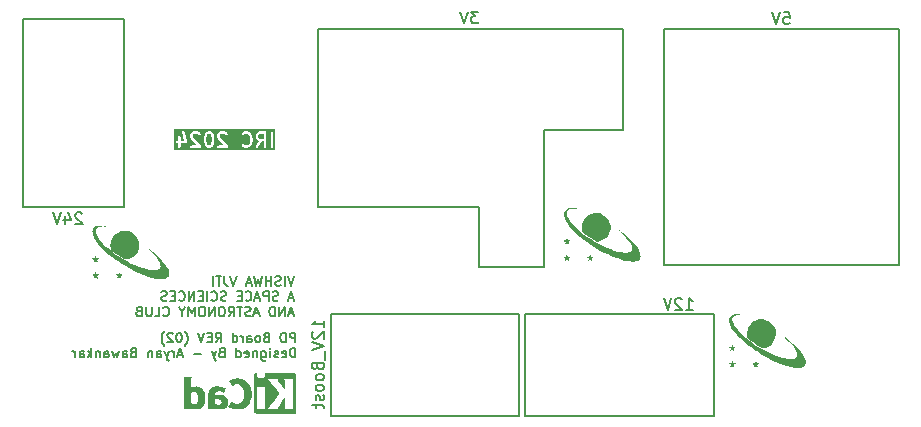
<source format=gbr>
%TF.GenerationSoftware,KiCad,Pcbnew,7.0.8*%
%TF.CreationDate,2023-12-06T00:15:51+05:30*%
%TF.ProjectId,PD Board,50442042-6f61-4726-942e-6b696361645f,V04*%
%TF.SameCoordinates,Original*%
%TF.FileFunction,Legend,Bot*%
%TF.FilePolarity,Positive*%
%FSLAX46Y46*%
G04 Gerber Fmt 4.6, Leading zero omitted, Abs format (unit mm)*
G04 Created by KiCad (PCBNEW 7.0.8) date 2023-12-06 00:15:51*
%MOMM*%
%LPD*%
G01*
G04 APERTURE LIST*
%ADD10C,0.150000*%
%ADD11C,0.200000*%
G04 APERTURE END LIST*
D10*
X216900000Y-89400000D02*
X216900000Y-89100000D01*
X242750000Y-74300000D02*
X242750000Y-82850000D01*
X236100000Y-94450000D02*
X230600000Y-94450000D01*
X230600000Y-89400000D02*
X216900000Y-89400000D01*
X218000000Y-98500000D02*
X234000000Y-98500000D01*
X234000000Y-107100000D01*
X218000000Y-107100000D01*
X218000000Y-98500000D01*
X216900000Y-74300000D02*
X216900000Y-89100000D01*
X236100000Y-82850000D02*
X236100000Y-94450000D01*
X234450000Y-98500000D02*
X250450000Y-98500000D01*
X250450000Y-107100000D01*
X234450000Y-107100000D01*
X234450000Y-98500000D01*
X191950000Y-73450000D02*
X200550000Y-73450000D01*
X200550000Y-89450000D01*
X191950000Y-89450000D01*
X191950000Y-73450000D01*
X246200000Y-74300000D02*
X266100000Y-74300000D01*
X266100000Y-94325000D01*
X246200000Y-94325000D01*
X246200000Y-74300000D01*
X242750000Y-74300000D02*
X216900000Y-74300000D01*
X242750000Y-82850000D02*
X236100000Y-82850000D01*
X230600000Y-94450000D02*
X230600000Y-89400000D01*
D11*
X230525564Y-72867219D02*
X229906517Y-72867219D01*
X229906517Y-72867219D02*
X230239850Y-73248171D01*
X230239850Y-73248171D02*
X230096993Y-73248171D01*
X230096993Y-73248171D02*
X230001755Y-73295790D01*
X230001755Y-73295790D02*
X229954136Y-73343409D01*
X229954136Y-73343409D02*
X229906517Y-73438647D01*
X229906517Y-73438647D02*
X229906517Y-73676742D01*
X229906517Y-73676742D02*
X229954136Y-73771980D01*
X229954136Y-73771980D02*
X230001755Y-73819600D01*
X230001755Y-73819600D02*
X230096993Y-73867219D01*
X230096993Y-73867219D02*
X230382707Y-73867219D01*
X230382707Y-73867219D02*
X230477945Y-73819600D01*
X230477945Y-73819600D02*
X230525564Y-73771980D01*
X229620802Y-72867219D02*
X229287469Y-73867219D01*
X229287469Y-73867219D02*
X228954136Y-72867219D01*
X256354136Y-72917219D02*
X256830326Y-72917219D01*
X256830326Y-72917219D02*
X256877945Y-73393409D01*
X256877945Y-73393409D02*
X256830326Y-73345790D01*
X256830326Y-73345790D02*
X256735088Y-73298171D01*
X256735088Y-73298171D02*
X256496993Y-73298171D01*
X256496993Y-73298171D02*
X256401755Y-73345790D01*
X256401755Y-73345790D02*
X256354136Y-73393409D01*
X256354136Y-73393409D02*
X256306517Y-73488647D01*
X256306517Y-73488647D02*
X256306517Y-73726742D01*
X256306517Y-73726742D02*
X256354136Y-73821980D01*
X256354136Y-73821980D02*
X256401755Y-73869600D01*
X256401755Y-73869600D02*
X256496993Y-73917219D01*
X256496993Y-73917219D02*
X256735088Y-73917219D01*
X256735088Y-73917219D02*
X256830326Y-73869600D01*
X256830326Y-73869600D02*
X256877945Y-73821980D01*
X256020802Y-72917219D02*
X255687469Y-73917219D01*
X255687469Y-73917219D02*
X255354136Y-72917219D01*
D10*
X215010839Y-100856295D02*
X215010839Y-100056295D01*
X215010839Y-100056295D02*
X214706077Y-100056295D01*
X214706077Y-100056295D02*
X214629887Y-100094390D01*
X214629887Y-100094390D02*
X214591792Y-100132485D01*
X214591792Y-100132485D02*
X214553696Y-100208676D01*
X214553696Y-100208676D02*
X214553696Y-100322961D01*
X214553696Y-100322961D02*
X214591792Y-100399152D01*
X214591792Y-100399152D02*
X214629887Y-100437247D01*
X214629887Y-100437247D02*
X214706077Y-100475342D01*
X214706077Y-100475342D02*
X215010839Y-100475342D01*
X214210839Y-100856295D02*
X214210839Y-100056295D01*
X214210839Y-100056295D02*
X214020363Y-100056295D01*
X214020363Y-100056295D02*
X213906077Y-100094390D01*
X213906077Y-100094390D02*
X213829887Y-100170580D01*
X213829887Y-100170580D02*
X213791792Y-100246771D01*
X213791792Y-100246771D02*
X213753696Y-100399152D01*
X213753696Y-100399152D02*
X213753696Y-100513438D01*
X213753696Y-100513438D02*
X213791792Y-100665819D01*
X213791792Y-100665819D02*
X213829887Y-100742009D01*
X213829887Y-100742009D02*
X213906077Y-100818200D01*
X213906077Y-100818200D02*
X214020363Y-100856295D01*
X214020363Y-100856295D02*
X214210839Y-100856295D01*
X212534649Y-100437247D02*
X212420363Y-100475342D01*
X212420363Y-100475342D02*
X212382268Y-100513438D01*
X212382268Y-100513438D02*
X212344172Y-100589628D01*
X212344172Y-100589628D02*
X212344172Y-100703914D01*
X212344172Y-100703914D02*
X212382268Y-100780104D01*
X212382268Y-100780104D02*
X212420363Y-100818200D01*
X212420363Y-100818200D02*
X212496553Y-100856295D01*
X212496553Y-100856295D02*
X212801315Y-100856295D01*
X212801315Y-100856295D02*
X212801315Y-100056295D01*
X212801315Y-100056295D02*
X212534649Y-100056295D01*
X212534649Y-100056295D02*
X212458458Y-100094390D01*
X212458458Y-100094390D02*
X212420363Y-100132485D01*
X212420363Y-100132485D02*
X212382268Y-100208676D01*
X212382268Y-100208676D02*
X212382268Y-100284866D01*
X212382268Y-100284866D02*
X212420363Y-100361057D01*
X212420363Y-100361057D02*
X212458458Y-100399152D01*
X212458458Y-100399152D02*
X212534649Y-100437247D01*
X212534649Y-100437247D02*
X212801315Y-100437247D01*
X211887030Y-100856295D02*
X211963220Y-100818200D01*
X211963220Y-100818200D02*
X212001315Y-100780104D01*
X212001315Y-100780104D02*
X212039411Y-100703914D01*
X212039411Y-100703914D02*
X212039411Y-100475342D01*
X212039411Y-100475342D02*
X212001315Y-100399152D01*
X212001315Y-100399152D02*
X211963220Y-100361057D01*
X211963220Y-100361057D02*
X211887030Y-100322961D01*
X211887030Y-100322961D02*
X211772744Y-100322961D01*
X211772744Y-100322961D02*
X211696553Y-100361057D01*
X211696553Y-100361057D02*
X211658458Y-100399152D01*
X211658458Y-100399152D02*
X211620363Y-100475342D01*
X211620363Y-100475342D02*
X211620363Y-100703914D01*
X211620363Y-100703914D02*
X211658458Y-100780104D01*
X211658458Y-100780104D02*
X211696553Y-100818200D01*
X211696553Y-100818200D02*
X211772744Y-100856295D01*
X211772744Y-100856295D02*
X211887030Y-100856295D01*
X210934648Y-100856295D02*
X210934648Y-100437247D01*
X210934648Y-100437247D02*
X210972743Y-100361057D01*
X210972743Y-100361057D02*
X211048934Y-100322961D01*
X211048934Y-100322961D02*
X211201315Y-100322961D01*
X211201315Y-100322961D02*
X211277505Y-100361057D01*
X210934648Y-100818200D02*
X211010839Y-100856295D01*
X211010839Y-100856295D02*
X211201315Y-100856295D01*
X211201315Y-100856295D02*
X211277505Y-100818200D01*
X211277505Y-100818200D02*
X211315601Y-100742009D01*
X211315601Y-100742009D02*
X211315601Y-100665819D01*
X211315601Y-100665819D02*
X211277505Y-100589628D01*
X211277505Y-100589628D02*
X211201315Y-100551533D01*
X211201315Y-100551533D02*
X211010839Y-100551533D01*
X211010839Y-100551533D02*
X210934648Y-100513438D01*
X210553695Y-100856295D02*
X210553695Y-100322961D01*
X210553695Y-100475342D02*
X210515600Y-100399152D01*
X210515600Y-100399152D02*
X210477505Y-100361057D01*
X210477505Y-100361057D02*
X210401314Y-100322961D01*
X210401314Y-100322961D02*
X210325124Y-100322961D01*
X209715600Y-100856295D02*
X209715600Y-100056295D01*
X209715600Y-100818200D02*
X209791791Y-100856295D01*
X209791791Y-100856295D02*
X209944172Y-100856295D01*
X209944172Y-100856295D02*
X210020362Y-100818200D01*
X210020362Y-100818200D02*
X210058457Y-100780104D01*
X210058457Y-100780104D02*
X210096553Y-100703914D01*
X210096553Y-100703914D02*
X210096553Y-100475342D01*
X210096553Y-100475342D02*
X210058457Y-100399152D01*
X210058457Y-100399152D02*
X210020362Y-100361057D01*
X210020362Y-100361057D02*
X209944172Y-100322961D01*
X209944172Y-100322961D02*
X209791791Y-100322961D01*
X209791791Y-100322961D02*
X209715600Y-100361057D01*
X208267980Y-100856295D02*
X208534647Y-100475342D01*
X208725123Y-100856295D02*
X208725123Y-100056295D01*
X208725123Y-100056295D02*
X208420361Y-100056295D01*
X208420361Y-100056295D02*
X208344171Y-100094390D01*
X208344171Y-100094390D02*
X208306076Y-100132485D01*
X208306076Y-100132485D02*
X208267980Y-100208676D01*
X208267980Y-100208676D02*
X208267980Y-100322961D01*
X208267980Y-100322961D02*
X208306076Y-100399152D01*
X208306076Y-100399152D02*
X208344171Y-100437247D01*
X208344171Y-100437247D02*
X208420361Y-100475342D01*
X208420361Y-100475342D02*
X208725123Y-100475342D01*
X207925123Y-100437247D02*
X207658457Y-100437247D01*
X207544171Y-100856295D02*
X207925123Y-100856295D01*
X207925123Y-100856295D02*
X207925123Y-100056295D01*
X207925123Y-100056295D02*
X207544171Y-100056295D01*
X207315599Y-100056295D02*
X207048932Y-100856295D01*
X207048932Y-100856295D02*
X206782266Y-100056295D01*
X205677504Y-101161057D02*
X205715599Y-101122961D01*
X205715599Y-101122961D02*
X205791790Y-101008676D01*
X205791790Y-101008676D02*
X205829885Y-100932485D01*
X205829885Y-100932485D02*
X205867980Y-100818200D01*
X205867980Y-100818200D02*
X205906075Y-100627723D01*
X205906075Y-100627723D02*
X205906075Y-100475342D01*
X205906075Y-100475342D02*
X205867980Y-100284866D01*
X205867980Y-100284866D02*
X205829885Y-100170580D01*
X205829885Y-100170580D02*
X205791790Y-100094390D01*
X205791790Y-100094390D02*
X205715599Y-99980104D01*
X205715599Y-99980104D02*
X205677504Y-99942009D01*
X205220361Y-100056295D02*
X205144171Y-100056295D01*
X205144171Y-100056295D02*
X205067980Y-100094390D01*
X205067980Y-100094390D02*
X205029885Y-100132485D01*
X205029885Y-100132485D02*
X204991790Y-100208676D01*
X204991790Y-100208676D02*
X204953695Y-100361057D01*
X204953695Y-100361057D02*
X204953695Y-100551533D01*
X204953695Y-100551533D02*
X204991790Y-100703914D01*
X204991790Y-100703914D02*
X205029885Y-100780104D01*
X205029885Y-100780104D02*
X205067980Y-100818200D01*
X205067980Y-100818200D02*
X205144171Y-100856295D01*
X205144171Y-100856295D02*
X205220361Y-100856295D01*
X205220361Y-100856295D02*
X205296552Y-100818200D01*
X205296552Y-100818200D02*
X205334647Y-100780104D01*
X205334647Y-100780104D02*
X205372742Y-100703914D01*
X205372742Y-100703914D02*
X205410838Y-100551533D01*
X205410838Y-100551533D02*
X205410838Y-100361057D01*
X205410838Y-100361057D02*
X205372742Y-100208676D01*
X205372742Y-100208676D02*
X205334647Y-100132485D01*
X205334647Y-100132485D02*
X205296552Y-100094390D01*
X205296552Y-100094390D02*
X205220361Y-100056295D01*
X204648933Y-100132485D02*
X204610837Y-100094390D01*
X204610837Y-100094390D02*
X204534647Y-100056295D01*
X204534647Y-100056295D02*
X204344171Y-100056295D01*
X204344171Y-100056295D02*
X204267980Y-100094390D01*
X204267980Y-100094390D02*
X204229885Y-100132485D01*
X204229885Y-100132485D02*
X204191790Y-100208676D01*
X204191790Y-100208676D02*
X204191790Y-100284866D01*
X204191790Y-100284866D02*
X204229885Y-100399152D01*
X204229885Y-100399152D02*
X204687028Y-100856295D01*
X204687028Y-100856295D02*
X204191790Y-100856295D01*
X203925123Y-101161057D02*
X203887028Y-101122961D01*
X203887028Y-101122961D02*
X203810837Y-101008676D01*
X203810837Y-101008676D02*
X203772742Y-100932485D01*
X203772742Y-100932485D02*
X203734647Y-100818200D01*
X203734647Y-100818200D02*
X203696551Y-100627723D01*
X203696551Y-100627723D02*
X203696551Y-100475342D01*
X203696551Y-100475342D02*
X203734647Y-100284866D01*
X203734647Y-100284866D02*
X203772742Y-100170580D01*
X203772742Y-100170580D02*
X203810837Y-100094390D01*
X203810837Y-100094390D02*
X203887028Y-99980104D01*
X203887028Y-99980104D02*
X203925123Y-99942009D01*
X215010839Y-102144295D02*
X215010839Y-101344295D01*
X215010839Y-101344295D02*
X214820363Y-101344295D01*
X214820363Y-101344295D02*
X214706077Y-101382390D01*
X214706077Y-101382390D02*
X214629887Y-101458580D01*
X214629887Y-101458580D02*
X214591792Y-101534771D01*
X214591792Y-101534771D02*
X214553696Y-101687152D01*
X214553696Y-101687152D02*
X214553696Y-101801438D01*
X214553696Y-101801438D02*
X214591792Y-101953819D01*
X214591792Y-101953819D02*
X214629887Y-102030009D01*
X214629887Y-102030009D02*
X214706077Y-102106200D01*
X214706077Y-102106200D02*
X214820363Y-102144295D01*
X214820363Y-102144295D02*
X215010839Y-102144295D01*
X213906077Y-102106200D02*
X213982268Y-102144295D01*
X213982268Y-102144295D02*
X214134649Y-102144295D01*
X214134649Y-102144295D02*
X214210839Y-102106200D01*
X214210839Y-102106200D02*
X214248935Y-102030009D01*
X214248935Y-102030009D02*
X214248935Y-101725247D01*
X214248935Y-101725247D02*
X214210839Y-101649057D01*
X214210839Y-101649057D02*
X214134649Y-101610961D01*
X214134649Y-101610961D02*
X213982268Y-101610961D01*
X213982268Y-101610961D02*
X213906077Y-101649057D01*
X213906077Y-101649057D02*
X213867982Y-101725247D01*
X213867982Y-101725247D02*
X213867982Y-101801438D01*
X213867982Y-101801438D02*
X214248935Y-101877628D01*
X213563221Y-102106200D02*
X213487030Y-102144295D01*
X213487030Y-102144295D02*
X213334649Y-102144295D01*
X213334649Y-102144295D02*
X213258459Y-102106200D01*
X213258459Y-102106200D02*
X213220363Y-102030009D01*
X213220363Y-102030009D02*
X213220363Y-101991914D01*
X213220363Y-101991914D02*
X213258459Y-101915723D01*
X213258459Y-101915723D02*
X213334649Y-101877628D01*
X213334649Y-101877628D02*
X213448935Y-101877628D01*
X213448935Y-101877628D02*
X213525125Y-101839533D01*
X213525125Y-101839533D02*
X213563221Y-101763342D01*
X213563221Y-101763342D02*
X213563221Y-101725247D01*
X213563221Y-101725247D02*
X213525125Y-101649057D01*
X213525125Y-101649057D02*
X213448935Y-101610961D01*
X213448935Y-101610961D02*
X213334649Y-101610961D01*
X213334649Y-101610961D02*
X213258459Y-101649057D01*
X212877506Y-102144295D02*
X212877506Y-101610961D01*
X212877506Y-101344295D02*
X212915602Y-101382390D01*
X212915602Y-101382390D02*
X212877506Y-101420485D01*
X212877506Y-101420485D02*
X212839411Y-101382390D01*
X212839411Y-101382390D02*
X212877506Y-101344295D01*
X212877506Y-101344295D02*
X212877506Y-101420485D01*
X212153697Y-101610961D02*
X212153697Y-102258580D01*
X212153697Y-102258580D02*
X212191792Y-102334771D01*
X212191792Y-102334771D02*
X212229888Y-102372866D01*
X212229888Y-102372866D02*
X212306078Y-102410961D01*
X212306078Y-102410961D02*
X212420364Y-102410961D01*
X212420364Y-102410961D02*
X212496554Y-102372866D01*
X212153697Y-102106200D02*
X212229888Y-102144295D01*
X212229888Y-102144295D02*
X212382269Y-102144295D01*
X212382269Y-102144295D02*
X212458459Y-102106200D01*
X212458459Y-102106200D02*
X212496554Y-102068104D01*
X212496554Y-102068104D02*
X212534650Y-101991914D01*
X212534650Y-101991914D02*
X212534650Y-101763342D01*
X212534650Y-101763342D02*
X212496554Y-101687152D01*
X212496554Y-101687152D02*
X212458459Y-101649057D01*
X212458459Y-101649057D02*
X212382269Y-101610961D01*
X212382269Y-101610961D02*
X212229888Y-101610961D01*
X212229888Y-101610961D02*
X212153697Y-101649057D01*
X211772744Y-101610961D02*
X211772744Y-102144295D01*
X211772744Y-101687152D02*
X211734649Y-101649057D01*
X211734649Y-101649057D02*
X211658459Y-101610961D01*
X211658459Y-101610961D02*
X211544173Y-101610961D01*
X211544173Y-101610961D02*
X211467982Y-101649057D01*
X211467982Y-101649057D02*
X211429887Y-101725247D01*
X211429887Y-101725247D02*
X211429887Y-102144295D01*
X210744172Y-102106200D02*
X210820363Y-102144295D01*
X210820363Y-102144295D02*
X210972744Y-102144295D01*
X210972744Y-102144295D02*
X211048934Y-102106200D01*
X211048934Y-102106200D02*
X211087030Y-102030009D01*
X211087030Y-102030009D02*
X211087030Y-101725247D01*
X211087030Y-101725247D02*
X211048934Y-101649057D01*
X211048934Y-101649057D02*
X210972744Y-101610961D01*
X210972744Y-101610961D02*
X210820363Y-101610961D01*
X210820363Y-101610961D02*
X210744172Y-101649057D01*
X210744172Y-101649057D02*
X210706077Y-101725247D01*
X210706077Y-101725247D02*
X210706077Y-101801438D01*
X210706077Y-101801438D02*
X211087030Y-101877628D01*
X210020363Y-102144295D02*
X210020363Y-101344295D01*
X210020363Y-102106200D02*
X210096554Y-102144295D01*
X210096554Y-102144295D02*
X210248935Y-102144295D01*
X210248935Y-102144295D02*
X210325125Y-102106200D01*
X210325125Y-102106200D02*
X210363220Y-102068104D01*
X210363220Y-102068104D02*
X210401316Y-101991914D01*
X210401316Y-101991914D02*
X210401316Y-101763342D01*
X210401316Y-101763342D02*
X210363220Y-101687152D01*
X210363220Y-101687152D02*
X210325125Y-101649057D01*
X210325125Y-101649057D02*
X210248935Y-101610961D01*
X210248935Y-101610961D02*
X210096554Y-101610961D01*
X210096554Y-101610961D02*
X210020363Y-101649057D01*
X208763220Y-101725247D02*
X208648934Y-101763342D01*
X208648934Y-101763342D02*
X208610839Y-101801438D01*
X208610839Y-101801438D02*
X208572743Y-101877628D01*
X208572743Y-101877628D02*
X208572743Y-101991914D01*
X208572743Y-101991914D02*
X208610839Y-102068104D01*
X208610839Y-102068104D02*
X208648934Y-102106200D01*
X208648934Y-102106200D02*
X208725124Y-102144295D01*
X208725124Y-102144295D02*
X209029886Y-102144295D01*
X209029886Y-102144295D02*
X209029886Y-101344295D01*
X209029886Y-101344295D02*
X208763220Y-101344295D01*
X208763220Y-101344295D02*
X208687029Y-101382390D01*
X208687029Y-101382390D02*
X208648934Y-101420485D01*
X208648934Y-101420485D02*
X208610839Y-101496676D01*
X208610839Y-101496676D02*
X208610839Y-101572866D01*
X208610839Y-101572866D02*
X208648934Y-101649057D01*
X208648934Y-101649057D02*
X208687029Y-101687152D01*
X208687029Y-101687152D02*
X208763220Y-101725247D01*
X208763220Y-101725247D02*
X209029886Y-101725247D01*
X208306077Y-101610961D02*
X208115601Y-102144295D01*
X207925124Y-101610961D02*
X208115601Y-102144295D01*
X208115601Y-102144295D02*
X208191791Y-102334771D01*
X208191791Y-102334771D02*
X208229886Y-102372866D01*
X208229886Y-102372866D02*
X208306077Y-102410961D01*
X207010838Y-101839533D02*
X206401315Y-101839533D01*
X205448934Y-101915723D02*
X205067981Y-101915723D01*
X205525124Y-102144295D02*
X205258457Y-101344295D01*
X205258457Y-101344295D02*
X204991791Y-102144295D01*
X204725124Y-102144295D02*
X204725124Y-101610961D01*
X204725124Y-101763342D02*
X204687029Y-101687152D01*
X204687029Y-101687152D02*
X204648934Y-101649057D01*
X204648934Y-101649057D02*
X204572743Y-101610961D01*
X204572743Y-101610961D02*
X204496553Y-101610961D01*
X204306077Y-101610961D02*
X204115601Y-102144295D01*
X203925124Y-101610961D02*
X204115601Y-102144295D01*
X204115601Y-102144295D02*
X204191791Y-102334771D01*
X204191791Y-102334771D02*
X204229886Y-102372866D01*
X204229886Y-102372866D02*
X204306077Y-102410961D01*
X203277505Y-102144295D02*
X203277505Y-101725247D01*
X203277505Y-101725247D02*
X203315600Y-101649057D01*
X203315600Y-101649057D02*
X203391791Y-101610961D01*
X203391791Y-101610961D02*
X203544172Y-101610961D01*
X203544172Y-101610961D02*
X203620362Y-101649057D01*
X203277505Y-102106200D02*
X203353696Y-102144295D01*
X203353696Y-102144295D02*
X203544172Y-102144295D01*
X203544172Y-102144295D02*
X203620362Y-102106200D01*
X203620362Y-102106200D02*
X203658458Y-102030009D01*
X203658458Y-102030009D02*
X203658458Y-101953819D01*
X203658458Y-101953819D02*
X203620362Y-101877628D01*
X203620362Y-101877628D02*
X203544172Y-101839533D01*
X203544172Y-101839533D02*
X203353696Y-101839533D01*
X203353696Y-101839533D02*
X203277505Y-101801438D01*
X202896552Y-101610961D02*
X202896552Y-102144295D01*
X202896552Y-101687152D02*
X202858457Y-101649057D01*
X202858457Y-101649057D02*
X202782267Y-101610961D01*
X202782267Y-101610961D02*
X202667981Y-101610961D01*
X202667981Y-101610961D02*
X202591790Y-101649057D01*
X202591790Y-101649057D02*
X202553695Y-101725247D01*
X202553695Y-101725247D02*
X202553695Y-102144295D01*
X201296552Y-101725247D02*
X201182266Y-101763342D01*
X201182266Y-101763342D02*
X201144171Y-101801438D01*
X201144171Y-101801438D02*
X201106075Y-101877628D01*
X201106075Y-101877628D02*
X201106075Y-101991914D01*
X201106075Y-101991914D02*
X201144171Y-102068104D01*
X201144171Y-102068104D02*
X201182266Y-102106200D01*
X201182266Y-102106200D02*
X201258456Y-102144295D01*
X201258456Y-102144295D02*
X201563218Y-102144295D01*
X201563218Y-102144295D02*
X201563218Y-101344295D01*
X201563218Y-101344295D02*
X201296552Y-101344295D01*
X201296552Y-101344295D02*
X201220361Y-101382390D01*
X201220361Y-101382390D02*
X201182266Y-101420485D01*
X201182266Y-101420485D02*
X201144171Y-101496676D01*
X201144171Y-101496676D02*
X201144171Y-101572866D01*
X201144171Y-101572866D02*
X201182266Y-101649057D01*
X201182266Y-101649057D02*
X201220361Y-101687152D01*
X201220361Y-101687152D02*
X201296552Y-101725247D01*
X201296552Y-101725247D02*
X201563218Y-101725247D01*
X200420361Y-102144295D02*
X200420361Y-101725247D01*
X200420361Y-101725247D02*
X200458456Y-101649057D01*
X200458456Y-101649057D02*
X200534647Y-101610961D01*
X200534647Y-101610961D02*
X200687028Y-101610961D01*
X200687028Y-101610961D02*
X200763218Y-101649057D01*
X200420361Y-102106200D02*
X200496552Y-102144295D01*
X200496552Y-102144295D02*
X200687028Y-102144295D01*
X200687028Y-102144295D02*
X200763218Y-102106200D01*
X200763218Y-102106200D02*
X200801314Y-102030009D01*
X200801314Y-102030009D02*
X200801314Y-101953819D01*
X200801314Y-101953819D02*
X200763218Y-101877628D01*
X200763218Y-101877628D02*
X200687028Y-101839533D01*
X200687028Y-101839533D02*
X200496552Y-101839533D01*
X200496552Y-101839533D02*
X200420361Y-101801438D01*
X200115599Y-101610961D02*
X199963218Y-102144295D01*
X199963218Y-102144295D02*
X199810837Y-101763342D01*
X199810837Y-101763342D02*
X199658456Y-102144295D01*
X199658456Y-102144295D02*
X199506075Y-101610961D01*
X198858456Y-102144295D02*
X198858456Y-101725247D01*
X198858456Y-101725247D02*
X198896551Y-101649057D01*
X198896551Y-101649057D02*
X198972742Y-101610961D01*
X198972742Y-101610961D02*
X199125123Y-101610961D01*
X199125123Y-101610961D02*
X199201313Y-101649057D01*
X198858456Y-102106200D02*
X198934647Y-102144295D01*
X198934647Y-102144295D02*
X199125123Y-102144295D01*
X199125123Y-102144295D02*
X199201313Y-102106200D01*
X199201313Y-102106200D02*
X199239409Y-102030009D01*
X199239409Y-102030009D02*
X199239409Y-101953819D01*
X199239409Y-101953819D02*
X199201313Y-101877628D01*
X199201313Y-101877628D02*
X199125123Y-101839533D01*
X199125123Y-101839533D02*
X198934647Y-101839533D01*
X198934647Y-101839533D02*
X198858456Y-101801438D01*
X198477503Y-101610961D02*
X198477503Y-102144295D01*
X198477503Y-101687152D02*
X198439408Y-101649057D01*
X198439408Y-101649057D02*
X198363218Y-101610961D01*
X198363218Y-101610961D02*
X198248932Y-101610961D01*
X198248932Y-101610961D02*
X198172741Y-101649057D01*
X198172741Y-101649057D02*
X198134646Y-101725247D01*
X198134646Y-101725247D02*
X198134646Y-102144295D01*
X197753693Y-102144295D02*
X197753693Y-101344295D01*
X197677503Y-101839533D02*
X197448931Y-102144295D01*
X197448931Y-101610961D02*
X197753693Y-101915723D01*
X196763217Y-102144295D02*
X196763217Y-101725247D01*
X196763217Y-101725247D02*
X196801312Y-101649057D01*
X196801312Y-101649057D02*
X196877503Y-101610961D01*
X196877503Y-101610961D02*
X197029884Y-101610961D01*
X197029884Y-101610961D02*
X197106074Y-101649057D01*
X196763217Y-102106200D02*
X196839408Y-102144295D01*
X196839408Y-102144295D02*
X197029884Y-102144295D01*
X197029884Y-102144295D02*
X197106074Y-102106200D01*
X197106074Y-102106200D02*
X197144170Y-102030009D01*
X197144170Y-102030009D02*
X197144170Y-101953819D01*
X197144170Y-101953819D02*
X197106074Y-101877628D01*
X197106074Y-101877628D02*
X197029884Y-101839533D01*
X197029884Y-101839533D02*
X196839408Y-101839533D01*
X196839408Y-101839533D02*
X196763217Y-101801438D01*
X196382264Y-102144295D02*
X196382264Y-101610961D01*
X196382264Y-101763342D02*
X196344169Y-101687152D01*
X196344169Y-101687152D02*
X196306074Y-101649057D01*
X196306074Y-101649057D02*
X196229883Y-101610961D01*
X196229883Y-101610961D02*
X196153693Y-101610961D01*
D11*
X248106517Y-98117219D02*
X248677945Y-98117219D01*
X248392231Y-98117219D02*
X248392231Y-97117219D01*
X248392231Y-97117219D02*
X248487469Y-97260076D01*
X248487469Y-97260076D02*
X248582707Y-97355314D01*
X248582707Y-97355314D02*
X248677945Y-97402933D01*
X247725564Y-97212457D02*
X247677945Y-97164838D01*
X247677945Y-97164838D02*
X247582707Y-97117219D01*
X247582707Y-97117219D02*
X247344612Y-97117219D01*
X247344612Y-97117219D02*
X247249374Y-97164838D01*
X247249374Y-97164838D02*
X247201755Y-97212457D01*
X247201755Y-97212457D02*
X247154136Y-97307695D01*
X247154136Y-97307695D02*
X247154136Y-97402933D01*
X247154136Y-97402933D02*
X247201755Y-97545790D01*
X247201755Y-97545790D02*
X247773183Y-98117219D01*
X247773183Y-98117219D02*
X247154136Y-98117219D01*
X246868421Y-97117219D02*
X246535088Y-98117219D01*
X246535088Y-98117219D02*
X246201755Y-97117219D01*
D10*
X196960839Y-89965057D02*
X196913220Y-89917438D01*
X196913220Y-89917438D02*
X196817982Y-89869819D01*
X196817982Y-89869819D02*
X196579887Y-89869819D01*
X196579887Y-89869819D02*
X196484649Y-89917438D01*
X196484649Y-89917438D02*
X196437030Y-89965057D01*
X196437030Y-89965057D02*
X196389411Y-90060295D01*
X196389411Y-90060295D02*
X196389411Y-90155533D01*
X196389411Y-90155533D02*
X196437030Y-90298390D01*
X196437030Y-90298390D02*
X197008458Y-90869819D01*
X197008458Y-90869819D02*
X196389411Y-90869819D01*
X195532268Y-90203152D02*
X195532268Y-90869819D01*
X195770363Y-89822200D02*
X196008458Y-90536485D01*
X196008458Y-90536485D02*
X195389411Y-90536485D01*
X195151315Y-89869819D02*
X194817982Y-90869819D01*
X194817982Y-90869819D02*
X194484649Y-89869819D01*
D11*
G36*
X207830614Y-83232070D02*
G01*
X207864805Y-83266262D01*
X207909783Y-83356219D01*
X207961278Y-83562195D01*
X207961278Y-83823289D01*
X207909783Y-84029265D01*
X207864805Y-84119222D01*
X207830614Y-84153413D01*
X207751957Y-84192742D01*
X207684885Y-84192742D01*
X207606228Y-84153414D01*
X207572036Y-84119222D01*
X207527058Y-84029266D01*
X207475564Y-83823290D01*
X207475564Y-83562195D01*
X207527058Y-83356219D01*
X207572036Y-83266263D01*
X207606228Y-83232070D01*
X207684886Y-83192742D01*
X207751957Y-83192742D01*
X207830614Y-83232070D01*
G37*
G36*
X212361278Y-83621314D02*
G01*
X212027742Y-83621314D01*
X211949084Y-83581984D01*
X211914892Y-83547791D01*
X211875564Y-83469135D01*
X211875564Y-83344921D01*
X211914892Y-83266264D01*
X211949084Y-83232071D01*
X212027742Y-83192742D01*
X212361278Y-83192742D01*
X212361278Y-83621314D01*
G37*
G36*
X213304136Y-84564171D02*
G01*
X204766172Y-84564171D01*
X204766172Y-83923644D01*
X204937601Y-83923644D01*
X204973928Y-83973644D01*
X205032707Y-83992742D01*
X205104136Y-83992742D01*
X205104136Y-84292742D01*
X205123234Y-84351521D01*
X205173234Y-84387848D01*
X205235038Y-84387848D01*
X205285038Y-84351521D01*
X205304136Y-84292742D01*
X205304136Y-83992742D01*
X205775564Y-83992742D01*
X205775941Y-83992619D01*
X205776323Y-83992740D01*
X205805310Y-83983077D01*
X205834343Y-83973644D01*
X205834577Y-83973320D01*
X205834955Y-83973195D01*
X205852695Y-83948383D01*
X205870670Y-83923644D01*
X205870670Y-83923245D01*
X205870902Y-83922921D01*
X205870670Y-83892414D01*
X205870670Y-83861840D01*
X205870435Y-83861516D01*
X205870432Y-83861119D01*
X205728592Y-83435600D01*
X206132707Y-83435600D01*
X206137715Y-83451015D01*
X206137839Y-83467223D01*
X206194982Y-83638651D01*
X206208672Y-83657197D01*
X206219139Y-83677739D01*
X206734142Y-84192742D01*
X206232707Y-84192742D01*
X206173928Y-84211840D01*
X206137601Y-84261840D01*
X206137601Y-84323644D01*
X206173928Y-84373644D01*
X206232707Y-84392742D01*
X206975564Y-84392742D01*
X206997833Y-84385506D01*
X207020963Y-84381843D01*
X207026668Y-84376137D01*
X207034343Y-84373644D01*
X207048108Y-84354697D01*
X207064665Y-84338141D01*
X207065927Y-84330171D01*
X207070670Y-84323644D01*
X207070670Y-84300226D01*
X207074333Y-84277099D01*
X207070670Y-84269909D01*
X207070670Y-84261840D01*
X207056905Y-84242894D01*
X207046275Y-84222031D01*
X206659844Y-83835600D01*
X207275564Y-83835600D01*
X207279410Y-83847437D01*
X207278550Y-83859854D01*
X207335693Y-84088425D01*
X207341604Y-84097871D01*
X207343264Y-84108892D01*
X207400407Y-84223179D01*
X207411781Y-84234727D01*
X207419139Y-84249167D01*
X207476281Y-84306310D01*
X207490721Y-84313668D01*
X207502271Y-84325043D01*
X207616557Y-84382185D01*
X207639354Y-84385618D01*
X207661278Y-84392742D01*
X207775564Y-84392742D01*
X207797487Y-84385618D01*
X207820285Y-84382185D01*
X207934571Y-84325043D01*
X207946120Y-84313668D01*
X207960561Y-84306310D01*
X208017704Y-84249167D01*
X208025062Y-84234724D01*
X208036435Y-84223178D01*
X208093578Y-84108892D01*
X208095237Y-84097871D01*
X208101149Y-84088425D01*
X208158292Y-83859853D01*
X208157431Y-83847437D01*
X208161278Y-83835600D01*
X208161278Y-83549885D01*
X208157431Y-83538047D01*
X208158292Y-83525632D01*
X208135784Y-83435600D01*
X208418421Y-83435600D01*
X208423429Y-83451015D01*
X208423553Y-83467223D01*
X208480696Y-83638651D01*
X208494386Y-83657197D01*
X208504853Y-83677739D01*
X209019856Y-84192742D01*
X208518421Y-84192742D01*
X208459642Y-84211840D01*
X208423315Y-84261840D01*
X208423315Y-84323644D01*
X208459642Y-84373644D01*
X208518421Y-84392742D01*
X209261278Y-84392742D01*
X209283547Y-84385506D01*
X209306677Y-84381843D01*
X209312382Y-84376137D01*
X209320057Y-84373644D01*
X209333822Y-84354697D01*
X209350379Y-84338141D01*
X209351641Y-84330171D01*
X209356384Y-84323644D01*
X209356384Y-84300226D01*
X209360047Y-84277099D01*
X209356384Y-84269909D01*
X209356384Y-84261840D01*
X209342619Y-84242894D01*
X209331989Y-84222031D01*
X209304058Y-84194100D01*
X210476795Y-84194100D01*
X210504853Y-84249168D01*
X210561996Y-84306310D01*
X210582537Y-84316776D01*
X210601085Y-84330468D01*
X210772513Y-84387611D01*
X210788721Y-84387734D01*
X210804135Y-84392742D01*
X210918421Y-84392742D01*
X210933836Y-84387733D01*
X210950043Y-84387610D01*
X211121473Y-84330468D01*
X211140021Y-84316775D01*
X211160561Y-84306310D01*
X211274846Y-84192024D01*
X211282203Y-84177583D01*
X211293578Y-84166035D01*
X211350721Y-84051749D01*
X211352380Y-84040728D01*
X211358292Y-84031282D01*
X211415435Y-83802710D01*
X211414574Y-83790294D01*
X211418421Y-83778457D01*
X211418421Y-83607028D01*
X211414574Y-83595190D01*
X211415435Y-83582775D01*
X211392927Y-83492742D01*
X211675564Y-83492742D01*
X211682687Y-83514665D01*
X211686121Y-83537463D01*
X211743264Y-83651750D01*
X211754638Y-83663297D01*
X211761996Y-83677739D01*
X211819139Y-83734881D01*
X211833578Y-83742238D01*
X211845128Y-83753614D01*
X211959414Y-83810757D01*
X211982211Y-83814190D01*
X211987322Y-83815851D01*
X211693641Y-84235396D01*
X211675579Y-84294501D01*
X211695708Y-84352935D01*
X211746340Y-84388377D01*
X211808134Y-84387290D01*
X211857487Y-84350088D01*
X212227629Y-83821314D01*
X212361278Y-83821314D01*
X212361278Y-84292742D01*
X212380376Y-84351521D01*
X212430376Y-84387848D01*
X212492180Y-84387848D01*
X212542180Y-84351521D01*
X212561278Y-84292742D01*
X212932707Y-84292742D01*
X212951805Y-84351521D01*
X213001805Y-84387848D01*
X213063609Y-84387848D01*
X213113609Y-84351521D01*
X213132707Y-84292742D01*
X213132707Y-83092742D01*
X213113609Y-83033963D01*
X213063609Y-82997636D01*
X213001805Y-82997636D01*
X212951805Y-83033963D01*
X212932707Y-83092742D01*
X212932707Y-84292742D01*
X212561278Y-84292742D01*
X212561278Y-83092742D01*
X212556384Y-83077679D01*
X212556384Y-83061840D01*
X212547074Y-83049026D01*
X212542180Y-83033963D01*
X212529366Y-83024653D01*
X212520057Y-83011840D01*
X212504993Y-83006945D01*
X212492180Y-82997636D01*
X212476341Y-82997636D01*
X212461278Y-82992742D01*
X212004135Y-82992742D01*
X211982211Y-82999865D01*
X211959414Y-83003299D01*
X211845128Y-83060442D01*
X211833578Y-83071817D01*
X211819139Y-83079175D01*
X211761996Y-83136317D01*
X211754638Y-83150758D01*
X211743264Y-83162306D01*
X211686121Y-83276593D01*
X211682687Y-83299390D01*
X211675564Y-83321314D01*
X211675564Y-83492742D01*
X211392927Y-83492742D01*
X211358292Y-83354203D01*
X211352380Y-83344756D01*
X211350721Y-83333736D01*
X211293578Y-83219450D01*
X211282203Y-83207901D01*
X211274846Y-83193461D01*
X211160561Y-83079175D01*
X211140021Y-83068709D01*
X211121473Y-83055017D01*
X210950044Y-82997874D01*
X210933836Y-82997750D01*
X210918421Y-82992742D01*
X210804135Y-82992742D01*
X210788719Y-82997750D01*
X210772512Y-82997874D01*
X210601084Y-83055017D01*
X210582535Y-83068709D01*
X210561996Y-83079175D01*
X210504853Y-83136317D01*
X210476795Y-83191385D01*
X210486463Y-83252427D01*
X210530165Y-83296129D01*
X210591207Y-83305797D01*
X210646275Y-83277739D01*
X210686725Y-83237287D01*
X210820362Y-83192742D01*
X210902194Y-83192742D01*
X211035831Y-83237287D01*
X211121948Y-83323405D01*
X211166926Y-83413362D01*
X211218421Y-83619338D01*
X211218421Y-83766146D01*
X211166926Y-83972122D01*
X211121948Y-84062079D01*
X211035832Y-84148196D01*
X210902195Y-84192742D01*
X210820362Y-84192742D01*
X210686725Y-84148197D01*
X210646275Y-84107746D01*
X210591207Y-84079688D01*
X210530165Y-84089356D01*
X210486463Y-84133058D01*
X210476795Y-84194100D01*
X209304058Y-84194100D01*
X208662966Y-83553008D01*
X208618421Y-83419372D01*
X208618421Y-83344921D01*
X208657749Y-83266264D01*
X208691941Y-83232071D01*
X208770599Y-83192742D01*
X209009099Y-83192742D01*
X209087755Y-83232070D01*
X209133424Y-83277738D01*
X209188491Y-83305797D01*
X209249534Y-83296129D01*
X209293236Y-83252427D01*
X209302904Y-83191384D01*
X209274845Y-83136317D01*
X209217703Y-83079174D01*
X209203260Y-83071815D01*
X209191714Y-83060443D01*
X209077429Y-83003299D01*
X209054630Y-82999865D01*
X209032707Y-82992742D01*
X208746992Y-82992742D01*
X208725068Y-82999865D01*
X208702271Y-83003299D01*
X208587985Y-83060442D01*
X208576435Y-83071817D01*
X208561996Y-83079175D01*
X208504853Y-83136317D01*
X208497495Y-83150758D01*
X208486121Y-83162306D01*
X208428978Y-83276593D01*
X208425544Y-83299390D01*
X208418421Y-83321314D01*
X208418421Y-83435600D01*
X208135784Y-83435600D01*
X208101149Y-83297060D01*
X208095237Y-83287613D01*
X208093578Y-83276593D01*
X208036435Y-83162307D01*
X208025062Y-83150760D01*
X208017704Y-83136318D01*
X207960561Y-83079175D01*
X207946121Y-83071817D01*
X207934572Y-83060442D01*
X207820285Y-83003299D01*
X207797487Y-82999865D01*
X207775564Y-82992742D01*
X207661278Y-82992742D01*
X207639354Y-82999865D01*
X207616557Y-83003299D01*
X207502271Y-83060442D01*
X207490722Y-83071816D01*
X207476281Y-83079175D01*
X207419139Y-83136318D01*
X207411781Y-83150757D01*
X207400407Y-83162306D01*
X207343264Y-83276593D01*
X207341604Y-83287613D01*
X207335693Y-83297060D01*
X207278550Y-83525631D01*
X207279410Y-83538047D01*
X207275564Y-83549885D01*
X207275564Y-83835600D01*
X206659844Y-83835600D01*
X206377252Y-83553008D01*
X206332707Y-83419372D01*
X206332707Y-83344921D01*
X206372035Y-83266264D01*
X206406227Y-83232071D01*
X206484885Y-83192742D01*
X206723385Y-83192742D01*
X206802041Y-83232070D01*
X206847710Y-83277738D01*
X206902777Y-83305797D01*
X206963820Y-83296129D01*
X207007522Y-83252427D01*
X207017190Y-83191384D01*
X206989131Y-83136317D01*
X206931989Y-83079174D01*
X206917546Y-83071815D01*
X206906000Y-83060443D01*
X206791715Y-83003299D01*
X206768916Y-82999865D01*
X206746993Y-82992742D01*
X206461278Y-82992742D01*
X206439354Y-82999865D01*
X206416557Y-83003299D01*
X206302271Y-83060442D01*
X206290721Y-83071817D01*
X206276282Y-83079175D01*
X206219139Y-83136317D01*
X206211781Y-83150758D01*
X206200407Y-83162306D01*
X206143264Y-83276593D01*
X206139830Y-83299390D01*
X206132707Y-83321314D01*
X206132707Y-83435600D01*
X205728592Y-83435600D01*
X205584718Y-83003977D01*
X205548013Y-82954254D01*
X205489091Y-82935602D01*
X205430459Y-82955147D01*
X205394512Y-83005421D01*
X205394982Y-83067223D01*
X205636822Y-83792742D01*
X205304136Y-83792742D01*
X205304136Y-83492742D01*
X205285038Y-83433963D01*
X205235038Y-83397636D01*
X205173234Y-83397636D01*
X205123234Y-83433963D01*
X205104136Y-83492742D01*
X205104136Y-83792742D01*
X205032707Y-83792742D01*
X204973928Y-83811840D01*
X204937601Y-83861840D01*
X204937601Y-83923644D01*
X204766172Y-83923644D01*
X204766172Y-82764173D01*
X213304136Y-82764173D01*
X213304136Y-84564171D01*
G37*
X217417219Y-99593482D02*
X217417219Y-99022054D01*
X217417219Y-99307768D02*
X216417219Y-99307768D01*
X216417219Y-99307768D02*
X216560076Y-99212530D01*
X216560076Y-99212530D02*
X216655314Y-99117292D01*
X216655314Y-99117292D02*
X216702933Y-99022054D01*
X216512457Y-99974435D02*
X216464838Y-100022054D01*
X216464838Y-100022054D02*
X216417219Y-100117292D01*
X216417219Y-100117292D02*
X216417219Y-100355387D01*
X216417219Y-100355387D02*
X216464838Y-100450625D01*
X216464838Y-100450625D02*
X216512457Y-100498244D01*
X216512457Y-100498244D02*
X216607695Y-100545863D01*
X216607695Y-100545863D02*
X216702933Y-100545863D01*
X216702933Y-100545863D02*
X216845790Y-100498244D01*
X216845790Y-100498244D02*
X217417219Y-99926816D01*
X217417219Y-99926816D02*
X217417219Y-100545863D01*
X216417219Y-100831578D02*
X217417219Y-101164911D01*
X217417219Y-101164911D02*
X216417219Y-101498244D01*
X217512457Y-101593483D02*
X217512457Y-102355387D01*
X216893409Y-102926816D02*
X216941028Y-103069673D01*
X216941028Y-103069673D02*
X216988647Y-103117292D01*
X216988647Y-103117292D02*
X217083885Y-103164911D01*
X217083885Y-103164911D02*
X217226742Y-103164911D01*
X217226742Y-103164911D02*
X217321980Y-103117292D01*
X217321980Y-103117292D02*
X217369600Y-103069673D01*
X217369600Y-103069673D02*
X217417219Y-102974435D01*
X217417219Y-102974435D02*
X217417219Y-102593483D01*
X217417219Y-102593483D02*
X216417219Y-102593483D01*
X216417219Y-102593483D02*
X216417219Y-102926816D01*
X216417219Y-102926816D02*
X216464838Y-103022054D01*
X216464838Y-103022054D02*
X216512457Y-103069673D01*
X216512457Y-103069673D02*
X216607695Y-103117292D01*
X216607695Y-103117292D02*
X216702933Y-103117292D01*
X216702933Y-103117292D02*
X216798171Y-103069673D01*
X216798171Y-103069673D02*
X216845790Y-103022054D01*
X216845790Y-103022054D02*
X216893409Y-102926816D01*
X216893409Y-102926816D02*
X216893409Y-102593483D01*
X217417219Y-103736340D02*
X217369600Y-103641102D01*
X217369600Y-103641102D02*
X217321980Y-103593483D01*
X217321980Y-103593483D02*
X217226742Y-103545864D01*
X217226742Y-103545864D02*
X216941028Y-103545864D01*
X216941028Y-103545864D02*
X216845790Y-103593483D01*
X216845790Y-103593483D02*
X216798171Y-103641102D01*
X216798171Y-103641102D02*
X216750552Y-103736340D01*
X216750552Y-103736340D02*
X216750552Y-103879197D01*
X216750552Y-103879197D02*
X216798171Y-103974435D01*
X216798171Y-103974435D02*
X216845790Y-104022054D01*
X216845790Y-104022054D02*
X216941028Y-104069673D01*
X216941028Y-104069673D02*
X217226742Y-104069673D01*
X217226742Y-104069673D02*
X217321980Y-104022054D01*
X217321980Y-104022054D02*
X217369600Y-103974435D01*
X217369600Y-103974435D02*
X217417219Y-103879197D01*
X217417219Y-103879197D02*
X217417219Y-103736340D01*
X217417219Y-104641102D02*
X217369600Y-104545864D01*
X217369600Y-104545864D02*
X217321980Y-104498245D01*
X217321980Y-104498245D02*
X217226742Y-104450626D01*
X217226742Y-104450626D02*
X216941028Y-104450626D01*
X216941028Y-104450626D02*
X216845790Y-104498245D01*
X216845790Y-104498245D02*
X216798171Y-104545864D01*
X216798171Y-104545864D02*
X216750552Y-104641102D01*
X216750552Y-104641102D02*
X216750552Y-104783959D01*
X216750552Y-104783959D02*
X216798171Y-104879197D01*
X216798171Y-104879197D02*
X216845790Y-104926816D01*
X216845790Y-104926816D02*
X216941028Y-104974435D01*
X216941028Y-104974435D02*
X217226742Y-104974435D01*
X217226742Y-104974435D02*
X217321980Y-104926816D01*
X217321980Y-104926816D02*
X217369600Y-104879197D01*
X217369600Y-104879197D02*
X217417219Y-104783959D01*
X217417219Y-104783959D02*
X217417219Y-104641102D01*
X217369600Y-105355388D02*
X217417219Y-105450626D01*
X217417219Y-105450626D02*
X217417219Y-105641102D01*
X217417219Y-105641102D02*
X217369600Y-105736340D01*
X217369600Y-105736340D02*
X217274361Y-105783959D01*
X217274361Y-105783959D02*
X217226742Y-105783959D01*
X217226742Y-105783959D02*
X217131504Y-105736340D01*
X217131504Y-105736340D02*
X217083885Y-105641102D01*
X217083885Y-105641102D02*
X217083885Y-105498245D01*
X217083885Y-105498245D02*
X217036266Y-105403007D01*
X217036266Y-105403007D02*
X216941028Y-105355388D01*
X216941028Y-105355388D02*
X216893409Y-105355388D01*
X216893409Y-105355388D02*
X216798171Y-105403007D01*
X216798171Y-105403007D02*
X216750552Y-105498245D01*
X216750552Y-105498245D02*
X216750552Y-105641102D01*
X216750552Y-105641102D02*
X216798171Y-105736340D01*
X216750552Y-106069674D02*
X216750552Y-106450626D01*
X216417219Y-106212531D02*
X217274361Y-106212531D01*
X217274361Y-106212531D02*
X217369600Y-106260150D01*
X217369600Y-106260150D02*
X217417219Y-106355388D01*
X217417219Y-106355388D02*
X217417219Y-106450626D01*
D10*
X214925125Y-95268295D02*
X214658458Y-96068295D01*
X214658458Y-96068295D02*
X214391792Y-95268295D01*
X214125125Y-96068295D02*
X214125125Y-95268295D01*
X213782269Y-96030200D02*
X213667983Y-96068295D01*
X213667983Y-96068295D02*
X213477507Y-96068295D01*
X213477507Y-96068295D02*
X213401316Y-96030200D01*
X213401316Y-96030200D02*
X213363221Y-95992104D01*
X213363221Y-95992104D02*
X213325126Y-95915914D01*
X213325126Y-95915914D02*
X213325126Y-95839723D01*
X213325126Y-95839723D02*
X213363221Y-95763533D01*
X213363221Y-95763533D02*
X213401316Y-95725438D01*
X213401316Y-95725438D02*
X213477507Y-95687342D01*
X213477507Y-95687342D02*
X213629888Y-95649247D01*
X213629888Y-95649247D02*
X213706078Y-95611152D01*
X213706078Y-95611152D02*
X213744173Y-95573057D01*
X213744173Y-95573057D02*
X213782269Y-95496866D01*
X213782269Y-95496866D02*
X213782269Y-95420676D01*
X213782269Y-95420676D02*
X213744173Y-95344485D01*
X213744173Y-95344485D02*
X213706078Y-95306390D01*
X213706078Y-95306390D02*
X213629888Y-95268295D01*
X213629888Y-95268295D02*
X213439411Y-95268295D01*
X213439411Y-95268295D02*
X213325126Y-95306390D01*
X212982268Y-96068295D02*
X212982268Y-95268295D01*
X212982268Y-95649247D02*
X212525125Y-95649247D01*
X212525125Y-96068295D02*
X212525125Y-95268295D01*
X212220364Y-95268295D02*
X212029888Y-96068295D01*
X212029888Y-96068295D02*
X211877507Y-95496866D01*
X211877507Y-95496866D02*
X211725126Y-96068295D01*
X211725126Y-96068295D02*
X211534650Y-95268295D01*
X211267983Y-95839723D02*
X210887030Y-95839723D01*
X211344173Y-96068295D02*
X211077506Y-95268295D01*
X211077506Y-95268295D02*
X210810840Y-96068295D01*
X210048935Y-95268295D02*
X209782268Y-96068295D01*
X209782268Y-96068295D02*
X209515602Y-95268295D01*
X209020364Y-95268295D02*
X209020364Y-95839723D01*
X209020364Y-95839723D02*
X209058459Y-95954009D01*
X209058459Y-95954009D02*
X209134650Y-96030200D01*
X209134650Y-96030200D02*
X209248935Y-96068295D01*
X209248935Y-96068295D02*
X209325126Y-96068295D01*
X208753697Y-95268295D02*
X208296554Y-95268295D01*
X208525126Y-96068295D02*
X208525126Y-95268295D01*
X208029887Y-96068295D02*
X208029887Y-95268295D01*
X214848935Y-97127723D02*
X214467982Y-97127723D01*
X214925125Y-97356295D02*
X214658458Y-96556295D01*
X214658458Y-96556295D02*
X214391792Y-97356295D01*
X213553697Y-97318200D02*
X213439411Y-97356295D01*
X213439411Y-97356295D02*
X213248935Y-97356295D01*
X213248935Y-97356295D02*
X213172744Y-97318200D01*
X213172744Y-97318200D02*
X213134649Y-97280104D01*
X213134649Y-97280104D02*
X213096554Y-97203914D01*
X213096554Y-97203914D02*
X213096554Y-97127723D01*
X213096554Y-97127723D02*
X213134649Y-97051533D01*
X213134649Y-97051533D02*
X213172744Y-97013438D01*
X213172744Y-97013438D02*
X213248935Y-96975342D01*
X213248935Y-96975342D02*
X213401316Y-96937247D01*
X213401316Y-96937247D02*
X213477506Y-96899152D01*
X213477506Y-96899152D02*
X213515601Y-96861057D01*
X213515601Y-96861057D02*
X213553697Y-96784866D01*
X213553697Y-96784866D02*
X213553697Y-96708676D01*
X213553697Y-96708676D02*
X213515601Y-96632485D01*
X213515601Y-96632485D02*
X213477506Y-96594390D01*
X213477506Y-96594390D02*
X213401316Y-96556295D01*
X213401316Y-96556295D02*
X213210839Y-96556295D01*
X213210839Y-96556295D02*
X213096554Y-96594390D01*
X212753696Y-97356295D02*
X212753696Y-96556295D01*
X212753696Y-96556295D02*
X212448934Y-96556295D01*
X212448934Y-96556295D02*
X212372744Y-96594390D01*
X212372744Y-96594390D02*
X212334649Y-96632485D01*
X212334649Y-96632485D02*
X212296553Y-96708676D01*
X212296553Y-96708676D02*
X212296553Y-96822961D01*
X212296553Y-96822961D02*
X212334649Y-96899152D01*
X212334649Y-96899152D02*
X212372744Y-96937247D01*
X212372744Y-96937247D02*
X212448934Y-96975342D01*
X212448934Y-96975342D02*
X212753696Y-96975342D01*
X211991792Y-97127723D02*
X211610839Y-97127723D01*
X212067982Y-97356295D02*
X211801315Y-96556295D01*
X211801315Y-96556295D02*
X211534649Y-97356295D01*
X210810839Y-97280104D02*
X210848935Y-97318200D01*
X210848935Y-97318200D02*
X210963220Y-97356295D01*
X210963220Y-97356295D02*
X211039411Y-97356295D01*
X211039411Y-97356295D02*
X211153697Y-97318200D01*
X211153697Y-97318200D02*
X211229887Y-97242009D01*
X211229887Y-97242009D02*
X211267982Y-97165819D01*
X211267982Y-97165819D02*
X211306078Y-97013438D01*
X211306078Y-97013438D02*
X211306078Y-96899152D01*
X211306078Y-96899152D02*
X211267982Y-96746771D01*
X211267982Y-96746771D02*
X211229887Y-96670580D01*
X211229887Y-96670580D02*
X211153697Y-96594390D01*
X211153697Y-96594390D02*
X211039411Y-96556295D01*
X211039411Y-96556295D02*
X210963220Y-96556295D01*
X210963220Y-96556295D02*
X210848935Y-96594390D01*
X210848935Y-96594390D02*
X210810839Y-96632485D01*
X210467982Y-96937247D02*
X210201316Y-96937247D01*
X210087030Y-97356295D02*
X210467982Y-97356295D01*
X210467982Y-97356295D02*
X210467982Y-96556295D01*
X210467982Y-96556295D02*
X210087030Y-96556295D01*
X209172744Y-97318200D02*
X209058458Y-97356295D01*
X209058458Y-97356295D02*
X208867982Y-97356295D01*
X208867982Y-97356295D02*
X208791791Y-97318200D01*
X208791791Y-97318200D02*
X208753696Y-97280104D01*
X208753696Y-97280104D02*
X208715601Y-97203914D01*
X208715601Y-97203914D02*
X208715601Y-97127723D01*
X208715601Y-97127723D02*
X208753696Y-97051533D01*
X208753696Y-97051533D02*
X208791791Y-97013438D01*
X208791791Y-97013438D02*
X208867982Y-96975342D01*
X208867982Y-96975342D02*
X209020363Y-96937247D01*
X209020363Y-96937247D02*
X209096553Y-96899152D01*
X209096553Y-96899152D02*
X209134648Y-96861057D01*
X209134648Y-96861057D02*
X209172744Y-96784866D01*
X209172744Y-96784866D02*
X209172744Y-96708676D01*
X209172744Y-96708676D02*
X209134648Y-96632485D01*
X209134648Y-96632485D02*
X209096553Y-96594390D01*
X209096553Y-96594390D02*
X209020363Y-96556295D01*
X209020363Y-96556295D02*
X208829886Y-96556295D01*
X208829886Y-96556295D02*
X208715601Y-96594390D01*
X207915600Y-97280104D02*
X207953696Y-97318200D01*
X207953696Y-97318200D02*
X208067981Y-97356295D01*
X208067981Y-97356295D02*
X208144172Y-97356295D01*
X208144172Y-97356295D02*
X208258458Y-97318200D01*
X208258458Y-97318200D02*
X208334648Y-97242009D01*
X208334648Y-97242009D02*
X208372743Y-97165819D01*
X208372743Y-97165819D02*
X208410839Y-97013438D01*
X208410839Y-97013438D02*
X208410839Y-96899152D01*
X208410839Y-96899152D02*
X208372743Y-96746771D01*
X208372743Y-96746771D02*
X208334648Y-96670580D01*
X208334648Y-96670580D02*
X208258458Y-96594390D01*
X208258458Y-96594390D02*
X208144172Y-96556295D01*
X208144172Y-96556295D02*
X208067981Y-96556295D01*
X208067981Y-96556295D02*
X207953696Y-96594390D01*
X207953696Y-96594390D02*
X207915600Y-96632485D01*
X207572743Y-97356295D02*
X207572743Y-96556295D01*
X207191791Y-96937247D02*
X206925125Y-96937247D01*
X206810839Y-97356295D02*
X207191791Y-97356295D01*
X207191791Y-97356295D02*
X207191791Y-96556295D01*
X207191791Y-96556295D02*
X206810839Y-96556295D01*
X206467981Y-97356295D02*
X206467981Y-96556295D01*
X206467981Y-96556295D02*
X206010838Y-97356295D01*
X206010838Y-97356295D02*
X206010838Y-96556295D01*
X205172743Y-97280104D02*
X205210839Y-97318200D01*
X205210839Y-97318200D02*
X205325124Y-97356295D01*
X205325124Y-97356295D02*
X205401315Y-97356295D01*
X205401315Y-97356295D02*
X205515601Y-97318200D01*
X205515601Y-97318200D02*
X205591791Y-97242009D01*
X205591791Y-97242009D02*
X205629886Y-97165819D01*
X205629886Y-97165819D02*
X205667982Y-97013438D01*
X205667982Y-97013438D02*
X205667982Y-96899152D01*
X205667982Y-96899152D02*
X205629886Y-96746771D01*
X205629886Y-96746771D02*
X205591791Y-96670580D01*
X205591791Y-96670580D02*
X205515601Y-96594390D01*
X205515601Y-96594390D02*
X205401315Y-96556295D01*
X205401315Y-96556295D02*
X205325124Y-96556295D01*
X205325124Y-96556295D02*
X205210839Y-96594390D01*
X205210839Y-96594390D02*
X205172743Y-96632485D01*
X204829886Y-96937247D02*
X204563220Y-96937247D01*
X204448934Y-97356295D02*
X204829886Y-97356295D01*
X204829886Y-97356295D02*
X204829886Y-96556295D01*
X204829886Y-96556295D02*
X204448934Y-96556295D01*
X204144172Y-97318200D02*
X204029886Y-97356295D01*
X204029886Y-97356295D02*
X203839410Y-97356295D01*
X203839410Y-97356295D02*
X203763219Y-97318200D01*
X203763219Y-97318200D02*
X203725124Y-97280104D01*
X203725124Y-97280104D02*
X203687029Y-97203914D01*
X203687029Y-97203914D02*
X203687029Y-97127723D01*
X203687029Y-97127723D02*
X203725124Y-97051533D01*
X203725124Y-97051533D02*
X203763219Y-97013438D01*
X203763219Y-97013438D02*
X203839410Y-96975342D01*
X203839410Y-96975342D02*
X203991791Y-96937247D01*
X203991791Y-96937247D02*
X204067981Y-96899152D01*
X204067981Y-96899152D02*
X204106076Y-96861057D01*
X204106076Y-96861057D02*
X204144172Y-96784866D01*
X204144172Y-96784866D02*
X204144172Y-96708676D01*
X204144172Y-96708676D02*
X204106076Y-96632485D01*
X204106076Y-96632485D02*
X204067981Y-96594390D01*
X204067981Y-96594390D02*
X203991791Y-96556295D01*
X203991791Y-96556295D02*
X203801314Y-96556295D01*
X203801314Y-96556295D02*
X203687029Y-96594390D01*
X214848935Y-98415723D02*
X214467982Y-98415723D01*
X214925125Y-98644295D02*
X214658458Y-97844295D01*
X214658458Y-97844295D02*
X214391792Y-98644295D01*
X214125125Y-98644295D02*
X214125125Y-97844295D01*
X214125125Y-97844295D02*
X213667982Y-98644295D01*
X213667982Y-98644295D02*
X213667982Y-97844295D01*
X213287030Y-98644295D02*
X213287030Y-97844295D01*
X213287030Y-97844295D02*
X213096554Y-97844295D01*
X213096554Y-97844295D02*
X212982268Y-97882390D01*
X212982268Y-97882390D02*
X212906078Y-97958580D01*
X212906078Y-97958580D02*
X212867983Y-98034771D01*
X212867983Y-98034771D02*
X212829887Y-98187152D01*
X212829887Y-98187152D02*
X212829887Y-98301438D01*
X212829887Y-98301438D02*
X212867983Y-98453819D01*
X212867983Y-98453819D02*
X212906078Y-98530009D01*
X212906078Y-98530009D02*
X212982268Y-98606200D01*
X212982268Y-98606200D02*
X213096554Y-98644295D01*
X213096554Y-98644295D02*
X213287030Y-98644295D01*
X211915602Y-98415723D02*
X211534649Y-98415723D01*
X211991792Y-98644295D02*
X211725125Y-97844295D01*
X211725125Y-97844295D02*
X211458459Y-98644295D01*
X211229888Y-98606200D02*
X211115602Y-98644295D01*
X211115602Y-98644295D02*
X210925126Y-98644295D01*
X210925126Y-98644295D02*
X210848935Y-98606200D01*
X210848935Y-98606200D02*
X210810840Y-98568104D01*
X210810840Y-98568104D02*
X210772745Y-98491914D01*
X210772745Y-98491914D02*
X210772745Y-98415723D01*
X210772745Y-98415723D02*
X210810840Y-98339533D01*
X210810840Y-98339533D02*
X210848935Y-98301438D01*
X210848935Y-98301438D02*
X210925126Y-98263342D01*
X210925126Y-98263342D02*
X211077507Y-98225247D01*
X211077507Y-98225247D02*
X211153697Y-98187152D01*
X211153697Y-98187152D02*
X211191792Y-98149057D01*
X211191792Y-98149057D02*
X211229888Y-98072866D01*
X211229888Y-98072866D02*
X211229888Y-97996676D01*
X211229888Y-97996676D02*
X211191792Y-97920485D01*
X211191792Y-97920485D02*
X211153697Y-97882390D01*
X211153697Y-97882390D02*
X211077507Y-97844295D01*
X211077507Y-97844295D02*
X210887030Y-97844295D01*
X210887030Y-97844295D02*
X210772745Y-97882390D01*
X210544173Y-97844295D02*
X210087030Y-97844295D01*
X210315602Y-98644295D02*
X210315602Y-97844295D01*
X209363220Y-98644295D02*
X209629887Y-98263342D01*
X209820363Y-98644295D02*
X209820363Y-97844295D01*
X209820363Y-97844295D02*
X209515601Y-97844295D01*
X209515601Y-97844295D02*
X209439411Y-97882390D01*
X209439411Y-97882390D02*
X209401316Y-97920485D01*
X209401316Y-97920485D02*
X209363220Y-97996676D01*
X209363220Y-97996676D02*
X209363220Y-98110961D01*
X209363220Y-98110961D02*
X209401316Y-98187152D01*
X209401316Y-98187152D02*
X209439411Y-98225247D01*
X209439411Y-98225247D02*
X209515601Y-98263342D01*
X209515601Y-98263342D02*
X209820363Y-98263342D01*
X208867982Y-97844295D02*
X208715601Y-97844295D01*
X208715601Y-97844295D02*
X208639411Y-97882390D01*
X208639411Y-97882390D02*
X208563220Y-97958580D01*
X208563220Y-97958580D02*
X208525125Y-98110961D01*
X208525125Y-98110961D02*
X208525125Y-98377628D01*
X208525125Y-98377628D02*
X208563220Y-98530009D01*
X208563220Y-98530009D02*
X208639411Y-98606200D01*
X208639411Y-98606200D02*
X208715601Y-98644295D01*
X208715601Y-98644295D02*
X208867982Y-98644295D01*
X208867982Y-98644295D02*
X208944173Y-98606200D01*
X208944173Y-98606200D02*
X209020363Y-98530009D01*
X209020363Y-98530009D02*
X209058459Y-98377628D01*
X209058459Y-98377628D02*
X209058459Y-98110961D01*
X209058459Y-98110961D02*
X209020363Y-97958580D01*
X209020363Y-97958580D02*
X208944173Y-97882390D01*
X208944173Y-97882390D02*
X208867982Y-97844295D01*
X208182268Y-98644295D02*
X208182268Y-97844295D01*
X208182268Y-97844295D02*
X207725125Y-98644295D01*
X207725125Y-98644295D02*
X207725125Y-97844295D01*
X207191792Y-97844295D02*
X207039411Y-97844295D01*
X207039411Y-97844295D02*
X206963221Y-97882390D01*
X206963221Y-97882390D02*
X206887030Y-97958580D01*
X206887030Y-97958580D02*
X206848935Y-98110961D01*
X206848935Y-98110961D02*
X206848935Y-98377628D01*
X206848935Y-98377628D02*
X206887030Y-98530009D01*
X206887030Y-98530009D02*
X206963221Y-98606200D01*
X206963221Y-98606200D02*
X207039411Y-98644295D01*
X207039411Y-98644295D02*
X207191792Y-98644295D01*
X207191792Y-98644295D02*
X207267983Y-98606200D01*
X207267983Y-98606200D02*
X207344173Y-98530009D01*
X207344173Y-98530009D02*
X207382269Y-98377628D01*
X207382269Y-98377628D02*
X207382269Y-98110961D01*
X207382269Y-98110961D02*
X207344173Y-97958580D01*
X207344173Y-97958580D02*
X207267983Y-97882390D01*
X207267983Y-97882390D02*
X207191792Y-97844295D01*
X206506078Y-98644295D02*
X206506078Y-97844295D01*
X206506078Y-97844295D02*
X206239412Y-98415723D01*
X206239412Y-98415723D02*
X205972745Y-97844295D01*
X205972745Y-97844295D02*
X205972745Y-98644295D01*
X205439411Y-98263342D02*
X205439411Y-98644295D01*
X205706078Y-97844295D02*
X205439411Y-98263342D01*
X205439411Y-98263342D02*
X205172745Y-97844295D01*
X203839411Y-98568104D02*
X203877507Y-98606200D01*
X203877507Y-98606200D02*
X203991792Y-98644295D01*
X203991792Y-98644295D02*
X204067983Y-98644295D01*
X204067983Y-98644295D02*
X204182269Y-98606200D01*
X204182269Y-98606200D02*
X204258459Y-98530009D01*
X204258459Y-98530009D02*
X204296554Y-98453819D01*
X204296554Y-98453819D02*
X204334650Y-98301438D01*
X204334650Y-98301438D02*
X204334650Y-98187152D01*
X204334650Y-98187152D02*
X204296554Y-98034771D01*
X204296554Y-98034771D02*
X204258459Y-97958580D01*
X204258459Y-97958580D02*
X204182269Y-97882390D01*
X204182269Y-97882390D02*
X204067983Y-97844295D01*
X204067983Y-97844295D02*
X203991792Y-97844295D01*
X203991792Y-97844295D02*
X203877507Y-97882390D01*
X203877507Y-97882390D02*
X203839411Y-97920485D01*
X203115602Y-98644295D02*
X203496554Y-98644295D01*
X203496554Y-98644295D02*
X203496554Y-97844295D01*
X202848935Y-97844295D02*
X202848935Y-98491914D01*
X202848935Y-98491914D02*
X202810840Y-98568104D01*
X202810840Y-98568104D02*
X202772745Y-98606200D01*
X202772745Y-98606200D02*
X202696554Y-98644295D01*
X202696554Y-98644295D02*
X202544173Y-98644295D01*
X202544173Y-98644295D02*
X202467983Y-98606200D01*
X202467983Y-98606200D02*
X202429888Y-98568104D01*
X202429888Y-98568104D02*
X202391792Y-98491914D01*
X202391792Y-98491914D02*
X202391792Y-97844295D01*
X201744174Y-98225247D02*
X201629888Y-98263342D01*
X201629888Y-98263342D02*
X201591793Y-98301438D01*
X201591793Y-98301438D02*
X201553697Y-98377628D01*
X201553697Y-98377628D02*
X201553697Y-98491914D01*
X201553697Y-98491914D02*
X201591793Y-98568104D01*
X201591793Y-98568104D02*
X201629888Y-98606200D01*
X201629888Y-98606200D02*
X201706078Y-98644295D01*
X201706078Y-98644295D02*
X202010840Y-98644295D01*
X202010840Y-98644295D02*
X202010840Y-97844295D01*
X202010840Y-97844295D02*
X201744174Y-97844295D01*
X201744174Y-97844295D02*
X201667983Y-97882390D01*
X201667983Y-97882390D02*
X201629888Y-97920485D01*
X201629888Y-97920485D02*
X201591793Y-97996676D01*
X201591793Y-97996676D02*
X201591793Y-98072866D01*
X201591793Y-98072866D02*
X201629888Y-98149057D01*
X201629888Y-98149057D02*
X201667983Y-98187152D01*
X201667983Y-98187152D02*
X201744174Y-98225247D01*
X201744174Y-98225247D02*
X202010840Y-98225247D01*
%TO.C,G\u002A\u002A\u002A*%
G36*
X198148672Y-94962357D02*
G01*
X198175417Y-95026250D01*
X198190664Y-95068934D01*
X198210014Y-95097678D01*
X198242546Y-95108402D01*
X198301667Y-95110000D01*
X198314852Y-95110134D01*
X198375591Y-95117241D01*
X198397930Y-95135419D01*
X198381967Y-95165036D01*
X198327803Y-95206462D01*
X198291574Y-95232486D01*
X198267737Y-95263043D01*
X198268829Y-95296462D01*
X198280919Y-95344644D01*
X198293396Y-95405000D01*
X198297708Y-95448931D01*
X198286526Y-95465845D01*
X198255477Y-95453266D01*
X198200695Y-95411463D01*
X198131390Y-95354002D01*
X198044290Y-95413929D01*
X198009704Y-95436287D01*
X197967356Y-95458780D01*
X197946346Y-95463011D01*
X197944667Y-95452610D01*
X197951627Y-95412834D01*
X197968495Y-95356083D01*
X197981263Y-95317783D01*
X197991187Y-95277079D01*
X197986956Y-95255052D01*
X197968578Y-95240000D01*
X197955201Y-95231675D01*
X197897320Y-95190802D01*
X197855860Y-95153774D01*
X197840000Y-95128548D01*
X197849041Y-95121127D01*
X197888128Y-95113113D01*
X197947626Y-95110000D01*
X198055252Y-95110000D01*
X198078279Y-95018550D01*
X198080507Y-95009974D01*
X198101513Y-94954243D01*
X198124136Y-94938363D01*
X198148672Y-94962357D01*
G37*
G36*
X198148645Y-93582343D02*
G01*
X198175417Y-93646250D01*
X198190664Y-93688934D01*
X198210014Y-93717678D01*
X198242546Y-93728402D01*
X198301667Y-93730000D01*
X198315290Y-93730140D01*
X198375746Y-93737224D01*
X198397926Y-93755528D01*
X198382025Y-93785775D01*
X198328238Y-93828692D01*
X198285750Y-93861415D01*
X198266832Y-93891774D01*
X198269587Y-93928692D01*
X198279873Y-93972117D01*
X198293482Y-94035000D01*
X198297892Y-94067932D01*
X198289621Y-94086546D01*
X198261219Y-94077148D01*
X198208223Y-94040000D01*
X198202294Y-94035481D01*
X198156995Y-94003658D01*
X198123691Y-93993999D01*
X198087387Y-94006654D01*
X198033088Y-94041777D01*
X198009060Y-94057225D01*
X197967440Y-94079065D01*
X197946196Y-94082861D01*
X197944432Y-94073962D01*
X197950619Y-94035698D01*
X197966826Y-93980235D01*
X197998151Y-93888302D01*
X197919896Y-93834151D01*
X197894945Y-93815595D01*
X197858988Y-93782086D01*
X197847393Y-93760000D01*
X197856284Y-93752401D01*
X197895606Y-93741035D01*
X197954443Y-93734028D01*
X198055741Y-93728057D01*
X198078524Y-93637579D01*
X198080500Y-93629949D01*
X198101439Y-93574216D01*
X198124069Y-93558340D01*
X198148645Y-93582343D01*
G37*
G36*
X200112501Y-94940284D02*
G01*
X200136678Y-94988223D01*
X200167498Y-95075000D01*
X200180503Y-95094379D01*
X200214998Y-95106600D01*
X200279373Y-95110000D01*
X200315971Y-95111368D01*
X200362006Y-95118567D01*
X200380000Y-95129874D01*
X200376440Y-95138509D01*
X200349475Y-95168179D01*
X200304713Y-95204874D01*
X200272168Y-95229345D01*
X200244957Y-95257360D01*
X200240729Y-95286097D01*
X200253585Y-95330000D01*
X200255841Y-95336676D01*
X200271748Y-95392955D01*
X200278872Y-95435000D01*
X200278224Y-95454847D01*
X200268412Y-95467317D01*
X200241868Y-95456092D01*
X200191778Y-95420000D01*
X200151012Y-95391203D01*
X200105819Y-95373605D01*
X200062368Y-95383822D01*
X200005575Y-95422019D01*
X199987099Y-95435482D01*
X199947753Y-95459308D01*
X199927466Y-95464131D01*
X199925791Y-95454322D01*
X199931376Y-95414806D01*
X199945701Y-95357708D01*
X199973844Y-95261192D01*
X199896922Y-95205470D01*
X199872677Y-95186944D01*
X199834893Y-95152809D01*
X199820000Y-95130919D01*
X199827734Y-95123342D01*
X199865251Y-95112728D01*
X199923428Y-95106045D01*
X199979360Y-95101662D01*
X200015724Y-95090745D01*
X200036648Y-95064845D01*
X200055095Y-95015000D01*
X200063902Y-94990525D01*
X200083979Y-94947168D01*
X200099241Y-94930000D01*
X200112501Y-94940284D01*
G37*
G36*
X200699699Y-91416107D02*
G01*
X200910956Y-91455982D01*
X201111060Y-91530880D01*
X201294074Y-91638324D01*
X201454060Y-91775832D01*
X201484347Y-91808053D01*
X201551598Y-91885077D01*
X201610183Y-91959057D01*
X201650062Y-92017608D01*
X201711130Y-92137266D01*
X201780519Y-92341434D01*
X201812668Y-92553362D01*
X201807443Y-92768479D01*
X201764710Y-92982215D01*
X201684337Y-93190000D01*
X201678284Y-93202163D01*
X201576295Y-93362921D01*
X201442926Y-93510573D01*
X201285723Y-93638890D01*
X201112232Y-93741644D01*
X200930000Y-93812607D01*
X200903586Y-93819924D01*
X200778138Y-93844276D01*
X200676841Y-93843309D01*
X200594007Y-93817097D01*
X200549047Y-93793256D01*
X200432180Y-93726506D01*
X200299469Y-93645507D01*
X200157212Y-93554557D01*
X200011712Y-93457956D01*
X199869268Y-93360003D01*
X199736180Y-93264995D01*
X199618750Y-93177233D01*
X199523277Y-93101016D01*
X199456062Y-93040642D01*
X199409728Y-92973070D01*
X199378484Y-92874309D01*
X199363498Y-92743524D01*
X199364280Y-92578244D01*
X199376999Y-92434886D01*
X199408890Y-92284812D01*
X199463450Y-92140638D01*
X199545284Y-91987333D01*
X199549823Y-91979788D01*
X199669019Y-91820667D01*
X199817651Y-91682415D01*
X199989289Y-91568626D01*
X200177501Y-91482897D01*
X200375857Y-91428823D01*
X200577925Y-91410000D01*
X200699699Y-91416107D01*
G37*
G36*
X198695410Y-90997992D02*
G01*
X198801384Y-91005394D01*
X198893321Y-91016069D01*
X198964729Y-91029243D01*
X199009119Y-91044145D01*
X199020000Y-91060000D01*
X199012438Y-91068356D01*
X198980000Y-91075108D01*
X198914402Y-91066194D01*
X198784818Y-91056547D01*
X198653706Y-91055347D01*
X198534625Y-91062521D01*
X198441131Y-91077996D01*
X198331685Y-91115398D01*
X198227381Y-91179406D01*
X198157769Y-91263051D01*
X198122816Y-91366446D01*
X198122487Y-91489704D01*
X198156749Y-91632940D01*
X198225568Y-91796267D01*
X198279960Y-91897445D01*
X198409926Y-92096875D01*
X198575208Y-92306182D01*
X198776330Y-92525922D01*
X199013820Y-92756653D01*
X199288201Y-92998932D01*
X199600000Y-93253316D01*
X199852036Y-93441082D01*
X200149782Y-93640981D01*
X200468542Y-93835406D01*
X200801487Y-94020896D01*
X201141790Y-94193988D01*
X201482621Y-94351221D01*
X201817153Y-94489132D01*
X202138555Y-94604260D01*
X202440000Y-94693143D01*
X202451047Y-94695956D01*
X202607481Y-94728960D01*
X202771876Y-94752546D01*
X202935008Y-94766201D01*
X203087653Y-94769410D01*
X203220585Y-94761660D01*
X203324579Y-94742436D01*
X203431050Y-94698861D01*
X203525277Y-94626443D01*
X203586593Y-94532965D01*
X203613399Y-94420997D01*
X203604098Y-94293109D01*
X203589231Y-94232241D01*
X203527932Y-94068076D01*
X203433150Y-93893592D01*
X203304174Y-93707827D01*
X203140297Y-93509819D01*
X202940809Y-93298606D01*
X202705000Y-93073226D01*
X202677347Y-93047810D01*
X202593802Y-92969187D01*
X202538074Y-92912799D01*
X202507882Y-92875972D01*
X202500951Y-92856034D01*
X202515000Y-92850312D01*
X202532703Y-92860032D01*
X202575917Y-92890079D01*
X202637308Y-92935575D01*
X202710000Y-92991538D01*
X202999464Y-93225858D01*
X203282327Y-93472651D01*
X203534124Y-93712441D01*
X203753963Y-93944165D01*
X203940956Y-94166757D01*
X204094212Y-94379154D01*
X204212841Y-94580289D01*
X204295953Y-94769099D01*
X204342658Y-94944519D01*
X204351467Y-95020376D01*
X204343172Y-95156213D01*
X204300352Y-95272057D01*
X204222839Y-95368156D01*
X204110466Y-95444753D01*
X203963066Y-95502094D01*
X203896245Y-95515475D01*
X203782124Y-95524762D01*
X203644414Y-95525519D01*
X203491731Y-95518205D01*
X203332690Y-95503278D01*
X203175908Y-95481197D01*
X203030000Y-95452421D01*
X202807780Y-95395702D01*
X202404990Y-95268841D01*
X201986703Y-95107713D01*
X201554705Y-94913148D01*
X201110782Y-94685972D01*
X200656719Y-94427015D01*
X200194302Y-94137105D01*
X200144611Y-94104360D01*
X199832869Y-93889126D01*
X199533712Y-93665859D01*
X199250201Y-93437436D01*
X198985400Y-93206737D01*
X198742369Y-92976642D01*
X198524171Y-92750030D01*
X198333868Y-92529780D01*
X198174522Y-92318772D01*
X198049194Y-92119886D01*
X198017821Y-92059585D01*
X197962201Y-91933386D01*
X197912359Y-91797462D01*
X197873414Y-91666375D01*
X197850486Y-91554687D01*
X197844951Y-91474984D01*
X197862899Y-91340671D01*
X197915652Y-91223597D01*
X198001496Y-91126959D01*
X198118719Y-91053956D01*
X198170336Y-91032599D01*
X198223703Y-91016973D01*
X198286255Y-91006715D01*
X198368264Y-91000168D01*
X198480000Y-90995673D01*
X198581889Y-90994637D01*
X198695410Y-90997992D01*
G37*
G36*
X238048672Y-93462357D02*
G01*
X238075417Y-93526250D01*
X238090664Y-93568934D01*
X238110014Y-93597678D01*
X238142546Y-93608402D01*
X238201667Y-93610000D01*
X238214852Y-93610134D01*
X238275591Y-93617241D01*
X238297930Y-93635419D01*
X238281967Y-93665036D01*
X238227803Y-93706462D01*
X238191574Y-93732486D01*
X238167737Y-93763043D01*
X238168829Y-93796462D01*
X238180919Y-93844644D01*
X238193396Y-93905000D01*
X238197708Y-93948931D01*
X238186526Y-93965845D01*
X238155477Y-93953266D01*
X238100695Y-93911463D01*
X238031390Y-93854002D01*
X237944290Y-93913929D01*
X237909704Y-93936287D01*
X237867356Y-93958780D01*
X237846346Y-93963011D01*
X237844667Y-93952610D01*
X237851627Y-93912834D01*
X237868495Y-93856083D01*
X237881263Y-93817783D01*
X237891187Y-93777079D01*
X237886956Y-93755052D01*
X237868578Y-93740000D01*
X237855201Y-93731675D01*
X237797320Y-93690802D01*
X237755860Y-93653774D01*
X237740000Y-93628548D01*
X237749041Y-93621127D01*
X237788128Y-93613113D01*
X237847626Y-93610000D01*
X237955252Y-93610000D01*
X237978279Y-93518550D01*
X237980507Y-93509974D01*
X238001513Y-93454243D01*
X238024136Y-93438363D01*
X238048672Y-93462357D01*
G37*
G36*
X238048645Y-92082343D02*
G01*
X238075417Y-92146250D01*
X238090664Y-92188934D01*
X238110014Y-92217678D01*
X238142546Y-92228402D01*
X238201667Y-92230000D01*
X238215290Y-92230140D01*
X238275746Y-92237224D01*
X238297926Y-92255528D01*
X238282025Y-92285775D01*
X238228238Y-92328692D01*
X238185750Y-92361415D01*
X238166832Y-92391774D01*
X238169587Y-92428692D01*
X238179873Y-92472117D01*
X238193482Y-92535000D01*
X238197892Y-92567932D01*
X238189621Y-92586546D01*
X238161219Y-92577148D01*
X238108223Y-92540000D01*
X238102294Y-92535481D01*
X238056995Y-92503658D01*
X238023691Y-92493999D01*
X237987387Y-92506654D01*
X237933088Y-92541777D01*
X237909060Y-92557225D01*
X237867440Y-92579065D01*
X237846196Y-92582861D01*
X237844432Y-92573962D01*
X237850619Y-92535698D01*
X237866826Y-92480235D01*
X237898151Y-92388302D01*
X237819896Y-92334151D01*
X237794945Y-92315595D01*
X237758988Y-92282086D01*
X237747393Y-92260000D01*
X237756284Y-92252401D01*
X237795606Y-92241035D01*
X237854443Y-92234028D01*
X237955741Y-92228057D01*
X237978524Y-92137579D01*
X237980500Y-92129949D01*
X238001439Y-92074216D01*
X238024069Y-92058340D01*
X238048645Y-92082343D01*
G37*
G36*
X240012501Y-93440284D02*
G01*
X240036678Y-93488223D01*
X240067498Y-93575000D01*
X240080503Y-93594379D01*
X240114998Y-93606600D01*
X240179373Y-93610000D01*
X240215971Y-93611368D01*
X240262006Y-93618567D01*
X240280000Y-93629874D01*
X240276440Y-93638509D01*
X240249475Y-93668179D01*
X240204713Y-93704874D01*
X240172168Y-93729345D01*
X240144957Y-93757360D01*
X240140729Y-93786097D01*
X240153585Y-93830000D01*
X240155841Y-93836676D01*
X240171748Y-93892955D01*
X240178872Y-93935000D01*
X240178224Y-93954847D01*
X240168412Y-93967317D01*
X240141868Y-93956092D01*
X240091778Y-93920000D01*
X240051012Y-93891203D01*
X240005819Y-93873605D01*
X239962368Y-93883822D01*
X239905575Y-93922019D01*
X239887099Y-93935482D01*
X239847753Y-93959308D01*
X239827466Y-93964131D01*
X239825791Y-93954322D01*
X239831376Y-93914806D01*
X239845701Y-93857708D01*
X239873844Y-93761192D01*
X239796922Y-93705470D01*
X239772677Y-93686944D01*
X239734893Y-93652809D01*
X239720000Y-93630919D01*
X239727734Y-93623342D01*
X239765251Y-93612728D01*
X239823428Y-93606045D01*
X239879360Y-93601662D01*
X239915724Y-93590745D01*
X239936648Y-93564845D01*
X239955095Y-93515000D01*
X239963902Y-93490525D01*
X239983979Y-93447168D01*
X239999241Y-93430000D01*
X240012501Y-93440284D01*
G37*
G36*
X240599699Y-89916107D02*
G01*
X240810956Y-89955982D01*
X241011060Y-90030880D01*
X241194074Y-90138324D01*
X241354060Y-90275832D01*
X241384347Y-90308053D01*
X241451598Y-90385077D01*
X241510183Y-90459057D01*
X241550062Y-90517608D01*
X241611130Y-90637266D01*
X241680519Y-90841434D01*
X241712668Y-91053362D01*
X241707443Y-91268479D01*
X241664710Y-91482215D01*
X241584337Y-91690000D01*
X241578284Y-91702163D01*
X241476295Y-91862921D01*
X241342926Y-92010573D01*
X241185723Y-92138890D01*
X241012232Y-92241644D01*
X240830000Y-92312607D01*
X240803586Y-92319924D01*
X240678138Y-92344276D01*
X240576841Y-92343309D01*
X240494007Y-92317097D01*
X240449047Y-92293256D01*
X240332180Y-92226506D01*
X240199469Y-92145507D01*
X240057212Y-92054557D01*
X239911712Y-91957956D01*
X239769268Y-91860003D01*
X239636180Y-91764995D01*
X239518750Y-91677233D01*
X239423277Y-91601016D01*
X239356062Y-91540642D01*
X239309728Y-91473070D01*
X239278484Y-91374309D01*
X239263498Y-91243524D01*
X239264280Y-91078244D01*
X239276999Y-90934886D01*
X239308890Y-90784812D01*
X239363450Y-90640638D01*
X239445284Y-90487333D01*
X239449823Y-90479788D01*
X239569019Y-90320667D01*
X239717651Y-90182415D01*
X239889289Y-90068626D01*
X240077501Y-89982897D01*
X240275857Y-89928823D01*
X240477925Y-89910000D01*
X240599699Y-89916107D01*
G37*
G36*
X238595410Y-89497992D02*
G01*
X238701384Y-89505394D01*
X238793321Y-89516069D01*
X238864729Y-89529243D01*
X238909119Y-89544145D01*
X238920000Y-89560000D01*
X238912438Y-89568356D01*
X238880000Y-89575108D01*
X238814402Y-89566194D01*
X238684818Y-89556547D01*
X238553706Y-89555347D01*
X238434625Y-89562521D01*
X238341131Y-89577996D01*
X238231685Y-89615398D01*
X238127381Y-89679406D01*
X238057769Y-89763051D01*
X238022816Y-89866446D01*
X238022487Y-89989704D01*
X238056749Y-90132940D01*
X238125568Y-90296267D01*
X238179960Y-90397445D01*
X238309926Y-90596875D01*
X238475208Y-90806182D01*
X238676330Y-91025922D01*
X238913820Y-91256653D01*
X239188201Y-91498932D01*
X239500000Y-91753316D01*
X239752036Y-91941082D01*
X240049782Y-92140981D01*
X240368542Y-92335406D01*
X240701487Y-92520896D01*
X241041790Y-92693988D01*
X241382621Y-92851221D01*
X241717153Y-92989132D01*
X242038555Y-93104260D01*
X242340000Y-93193143D01*
X242351047Y-93195956D01*
X242507481Y-93228960D01*
X242671876Y-93252546D01*
X242835008Y-93266201D01*
X242987653Y-93269410D01*
X243120585Y-93261660D01*
X243224579Y-93242436D01*
X243331050Y-93198861D01*
X243425277Y-93126443D01*
X243486593Y-93032965D01*
X243513399Y-92920997D01*
X243504098Y-92793109D01*
X243489231Y-92732241D01*
X243427932Y-92568076D01*
X243333150Y-92393592D01*
X243204174Y-92207827D01*
X243040297Y-92009819D01*
X242840809Y-91798606D01*
X242605000Y-91573226D01*
X242577347Y-91547810D01*
X242493802Y-91469187D01*
X242438074Y-91412799D01*
X242407882Y-91375972D01*
X242400951Y-91356034D01*
X242415000Y-91350312D01*
X242432703Y-91360032D01*
X242475917Y-91390079D01*
X242537308Y-91435575D01*
X242610000Y-91491538D01*
X242899464Y-91725858D01*
X243182327Y-91972651D01*
X243434124Y-92212441D01*
X243653963Y-92444165D01*
X243840956Y-92666757D01*
X243994212Y-92879154D01*
X244112841Y-93080289D01*
X244195953Y-93269099D01*
X244242658Y-93444519D01*
X244251467Y-93520376D01*
X244243172Y-93656213D01*
X244200352Y-93772057D01*
X244122839Y-93868156D01*
X244010466Y-93944753D01*
X243863066Y-94002094D01*
X243796245Y-94015475D01*
X243682124Y-94024762D01*
X243544414Y-94025519D01*
X243391731Y-94018205D01*
X243232690Y-94003278D01*
X243075908Y-93981197D01*
X242930000Y-93952421D01*
X242707780Y-93895702D01*
X242304990Y-93768841D01*
X241886703Y-93607713D01*
X241454705Y-93413148D01*
X241010782Y-93185972D01*
X240556719Y-92927015D01*
X240094302Y-92637105D01*
X240044611Y-92604360D01*
X239732869Y-92389126D01*
X239433712Y-92165859D01*
X239150201Y-91937436D01*
X238885400Y-91706737D01*
X238642369Y-91476642D01*
X238424171Y-91250030D01*
X238233868Y-91029780D01*
X238074522Y-90818772D01*
X237949194Y-90619886D01*
X237917821Y-90559585D01*
X237862201Y-90433386D01*
X237812359Y-90297462D01*
X237773414Y-90166375D01*
X237750486Y-90054687D01*
X237744951Y-89974984D01*
X237762899Y-89840671D01*
X237815652Y-89723597D01*
X237901496Y-89626959D01*
X238018719Y-89553956D01*
X238070336Y-89532599D01*
X238123703Y-89516973D01*
X238186255Y-89506715D01*
X238268264Y-89500168D01*
X238380000Y-89495673D01*
X238481889Y-89494637D01*
X238595410Y-89497992D01*
G37*
G36*
X252048672Y-102462357D02*
G01*
X252075417Y-102526250D01*
X252090664Y-102568934D01*
X252110014Y-102597678D01*
X252142546Y-102608402D01*
X252201667Y-102610000D01*
X252214852Y-102610134D01*
X252275591Y-102617241D01*
X252297930Y-102635419D01*
X252281967Y-102665036D01*
X252227803Y-102706462D01*
X252191574Y-102732486D01*
X252167737Y-102763043D01*
X252168829Y-102796462D01*
X252180919Y-102844644D01*
X252193396Y-102905000D01*
X252197708Y-102948931D01*
X252186526Y-102965845D01*
X252155477Y-102953266D01*
X252100695Y-102911463D01*
X252031390Y-102854002D01*
X251944290Y-102913929D01*
X251909704Y-102936287D01*
X251867356Y-102958780D01*
X251846346Y-102963011D01*
X251844667Y-102952610D01*
X251851627Y-102912834D01*
X251868495Y-102856083D01*
X251881263Y-102817783D01*
X251891187Y-102777079D01*
X251886956Y-102755052D01*
X251868578Y-102740000D01*
X251855201Y-102731675D01*
X251797320Y-102690802D01*
X251755860Y-102653774D01*
X251740000Y-102628548D01*
X251749041Y-102621127D01*
X251788128Y-102613113D01*
X251847626Y-102610000D01*
X251955252Y-102610000D01*
X251978279Y-102518550D01*
X251980507Y-102509974D01*
X252001513Y-102454243D01*
X252024136Y-102438363D01*
X252048672Y-102462357D01*
G37*
G36*
X252048645Y-101082343D02*
G01*
X252075417Y-101146250D01*
X252090664Y-101188934D01*
X252110014Y-101217678D01*
X252142546Y-101228402D01*
X252201667Y-101230000D01*
X252215290Y-101230140D01*
X252275746Y-101237224D01*
X252297926Y-101255528D01*
X252282025Y-101285775D01*
X252228238Y-101328692D01*
X252185750Y-101361415D01*
X252166832Y-101391774D01*
X252169587Y-101428692D01*
X252179873Y-101472117D01*
X252193482Y-101535000D01*
X252197892Y-101567932D01*
X252189621Y-101586546D01*
X252161219Y-101577148D01*
X252108223Y-101540000D01*
X252102294Y-101535481D01*
X252056995Y-101503658D01*
X252023691Y-101493999D01*
X251987387Y-101506654D01*
X251933088Y-101541777D01*
X251909060Y-101557225D01*
X251867440Y-101579065D01*
X251846196Y-101582861D01*
X251844432Y-101573962D01*
X251850619Y-101535698D01*
X251866826Y-101480235D01*
X251898151Y-101388302D01*
X251819896Y-101334151D01*
X251794945Y-101315595D01*
X251758988Y-101282086D01*
X251747393Y-101260000D01*
X251756284Y-101252401D01*
X251795606Y-101241035D01*
X251854443Y-101234028D01*
X251955741Y-101228057D01*
X251978524Y-101137579D01*
X251980500Y-101129949D01*
X252001439Y-101074216D01*
X252024069Y-101058340D01*
X252048645Y-101082343D01*
G37*
G36*
X254012501Y-102440284D02*
G01*
X254036678Y-102488223D01*
X254067498Y-102575000D01*
X254080503Y-102594379D01*
X254114998Y-102606600D01*
X254179373Y-102610000D01*
X254215971Y-102611368D01*
X254262006Y-102618567D01*
X254280000Y-102629874D01*
X254276440Y-102638509D01*
X254249475Y-102668179D01*
X254204713Y-102704874D01*
X254172168Y-102729345D01*
X254144957Y-102757360D01*
X254140729Y-102786097D01*
X254153585Y-102830000D01*
X254155841Y-102836676D01*
X254171748Y-102892955D01*
X254178872Y-102935000D01*
X254178224Y-102954847D01*
X254168412Y-102967317D01*
X254141868Y-102956092D01*
X254091778Y-102920000D01*
X254051012Y-102891203D01*
X254005819Y-102873605D01*
X253962368Y-102883822D01*
X253905575Y-102922019D01*
X253887099Y-102935482D01*
X253847753Y-102959308D01*
X253827466Y-102964131D01*
X253825791Y-102954322D01*
X253831376Y-102914806D01*
X253845701Y-102857708D01*
X253873844Y-102761192D01*
X253796922Y-102705470D01*
X253772677Y-102686944D01*
X253734893Y-102652809D01*
X253720000Y-102630919D01*
X253727734Y-102623342D01*
X253765251Y-102612728D01*
X253823428Y-102606045D01*
X253879360Y-102601662D01*
X253915724Y-102590745D01*
X253936648Y-102564845D01*
X253955095Y-102515000D01*
X253963902Y-102490525D01*
X253983979Y-102447168D01*
X253999241Y-102430000D01*
X254012501Y-102440284D01*
G37*
G36*
X254599699Y-98916107D02*
G01*
X254810956Y-98955982D01*
X255011060Y-99030880D01*
X255194074Y-99138324D01*
X255354060Y-99275832D01*
X255384347Y-99308053D01*
X255451598Y-99385077D01*
X255510183Y-99459057D01*
X255550062Y-99517608D01*
X255611130Y-99637266D01*
X255680519Y-99841434D01*
X255712668Y-100053362D01*
X255707443Y-100268479D01*
X255664710Y-100482215D01*
X255584337Y-100690000D01*
X255578284Y-100702163D01*
X255476295Y-100862921D01*
X255342926Y-101010573D01*
X255185723Y-101138890D01*
X255012232Y-101241644D01*
X254830000Y-101312607D01*
X254803586Y-101319924D01*
X254678138Y-101344276D01*
X254576841Y-101343309D01*
X254494007Y-101317097D01*
X254449047Y-101293256D01*
X254332180Y-101226506D01*
X254199469Y-101145507D01*
X254057212Y-101054557D01*
X253911712Y-100957956D01*
X253769268Y-100860003D01*
X253636180Y-100764995D01*
X253518750Y-100677233D01*
X253423277Y-100601016D01*
X253356062Y-100540642D01*
X253309728Y-100473070D01*
X253278484Y-100374309D01*
X253263498Y-100243524D01*
X253264280Y-100078244D01*
X253276999Y-99934886D01*
X253308890Y-99784812D01*
X253363450Y-99640638D01*
X253445284Y-99487333D01*
X253449823Y-99479788D01*
X253569019Y-99320667D01*
X253717651Y-99182415D01*
X253889289Y-99068626D01*
X254077501Y-98982897D01*
X254275857Y-98928823D01*
X254477925Y-98910000D01*
X254599699Y-98916107D01*
G37*
G36*
X252595410Y-98497992D02*
G01*
X252701384Y-98505394D01*
X252793321Y-98516069D01*
X252864729Y-98529243D01*
X252909119Y-98544145D01*
X252920000Y-98560000D01*
X252912438Y-98568356D01*
X252880000Y-98575108D01*
X252814402Y-98566194D01*
X252684818Y-98556547D01*
X252553706Y-98555347D01*
X252434625Y-98562521D01*
X252341131Y-98577996D01*
X252231685Y-98615398D01*
X252127381Y-98679406D01*
X252057769Y-98763051D01*
X252022816Y-98866446D01*
X252022487Y-98989704D01*
X252056749Y-99132940D01*
X252125568Y-99296267D01*
X252179960Y-99397445D01*
X252309926Y-99596875D01*
X252475208Y-99806182D01*
X252676330Y-100025922D01*
X252913820Y-100256653D01*
X253188201Y-100498932D01*
X253500000Y-100753316D01*
X253752036Y-100941082D01*
X254049782Y-101140981D01*
X254368542Y-101335406D01*
X254701487Y-101520896D01*
X255041790Y-101693988D01*
X255382621Y-101851221D01*
X255717153Y-101989132D01*
X256038555Y-102104260D01*
X256340000Y-102193143D01*
X256351047Y-102195956D01*
X256507481Y-102228960D01*
X256671876Y-102252546D01*
X256835008Y-102266201D01*
X256987653Y-102269410D01*
X257120585Y-102261660D01*
X257224579Y-102242436D01*
X257331050Y-102198861D01*
X257425277Y-102126443D01*
X257486593Y-102032965D01*
X257513399Y-101920997D01*
X257504098Y-101793109D01*
X257489231Y-101732241D01*
X257427932Y-101568076D01*
X257333150Y-101393592D01*
X257204174Y-101207827D01*
X257040297Y-101009819D01*
X256840809Y-100798606D01*
X256605000Y-100573226D01*
X256577347Y-100547810D01*
X256493802Y-100469187D01*
X256438074Y-100412799D01*
X256407882Y-100375972D01*
X256400951Y-100356034D01*
X256415000Y-100350312D01*
X256432703Y-100360032D01*
X256475917Y-100390079D01*
X256537308Y-100435575D01*
X256610000Y-100491538D01*
X256899464Y-100725858D01*
X257182327Y-100972651D01*
X257434124Y-101212441D01*
X257653963Y-101444165D01*
X257840956Y-101666757D01*
X257994212Y-101879154D01*
X258112841Y-102080289D01*
X258195953Y-102269099D01*
X258242658Y-102444519D01*
X258251467Y-102520376D01*
X258243172Y-102656213D01*
X258200352Y-102772057D01*
X258122839Y-102868156D01*
X258010466Y-102944753D01*
X257863066Y-103002094D01*
X257796245Y-103015475D01*
X257682124Y-103024762D01*
X257544414Y-103025519D01*
X257391731Y-103018205D01*
X257232690Y-103003278D01*
X257075908Y-102981197D01*
X256930000Y-102952421D01*
X256707780Y-102895702D01*
X256304990Y-102768841D01*
X255886703Y-102607713D01*
X255454705Y-102413148D01*
X255010782Y-102185972D01*
X254556719Y-101927015D01*
X254094302Y-101637105D01*
X254044611Y-101604360D01*
X253732869Y-101389126D01*
X253433712Y-101165859D01*
X253150201Y-100937436D01*
X252885400Y-100706737D01*
X252642369Y-100476642D01*
X252424171Y-100250030D01*
X252233868Y-100029780D01*
X252074522Y-99818772D01*
X251949194Y-99619886D01*
X251917821Y-99559585D01*
X251862201Y-99433386D01*
X251812359Y-99297462D01*
X251773414Y-99166375D01*
X251750486Y-99054687D01*
X251744951Y-98974984D01*
X251762899Y-98840671D01*
X251815652Y-98723597D01*
X251901496Y-98626959D01*
X252018719Y-98553956D01*
X252070336Y-98532599D01*
X252123703Y-98516973D01*
X252186255Y-98506715D01*
X252268264Y-98500168D01*
X252380000Y-98495673D01*
X252481889Y-98494637D01*
X252595410Y-98497992D01*
G37*
G36*
X210364251Y-103937179D02*
G01*
X210385677Y-103941362D01*
X210537305Y-103983443D01*
X210679348Y-104046181D01*
X210814229Y-104130835D01*
X210944372Y-104238667D01*
X211009351Y-104304048D01*
X211110161Y-104430817D01*
X211191873Y-104571314D01*
X211254940Y-104726541D01*
X211299815Y-104897502D01*
X211326951Y-105085197D01*
X211331343Y-105141524D01*
X211332961Y-105327308D01*
X211314965Y-105505745D01*
X211278293Y-105675330D01*
X211223882Y-105834559D01*
X211152669Y-105981929D01*
X211065592Y-106115934D01*
X210963587Y-106235070D01*
X210847592Y-106337834D01*
X210718544Y-106422721D01*
X210577380Y-106488227D01*
X210425037Y-106532848D01*
X210379317Y-106541534D01*
X210329361Y-106547932D01*
X210273492Y-106551415D01*
X210205365Y-106552363D01*
X210118636Y-106551153D01*
X210046507Y-106548898D01*
X209953869Y-106542697D01*
X209873049Y-106531629D01*
X209797452Y-106514047D01*
X209720484Y-106488308D01*
X209635551Y-106452764D01*
X209536058Y-106405770D01*
X209353678Y-106316619D01*
X209496864Y-106086833D01*
X209640049Y-105857047D01*
X209710510Y-105918678D01*
X209759258Y-105957676D01*
X209860170Y-106018318D01*
X209965333Y-106057451D01*
X210072100Y-106075036D01*
X210177826Y-106071037D01*
X210279866Y-106045418D01*
X210375576Y-105998141D01*
X210462310Y-105929169D01*
X210522016Y-105857265D01*
X210575927Y-105764864D01*
X210620017Y-105658580D01*
X210651751Y-105543575D01*
X210663552Y-105468328D01*
X210671450Y-105371461D01*
X210674375Y-105265245D01*
X210672458Y-105156383D01*
X210665827Y-105051580D01*
X210654612Y-104957539D01*
X210638944Y-104880966D01*
X210626976Y-104839815D01*
X210578418Y-104713246D01*
X210517932Y-104607696D01*
X210445737Y-104523383D01*
X210362052Y-104460530D01*
X210267095Y-104419355D01*
X210161087Y-104400080D01*
X210047228Y-104401265D01*
X209937894Y-104423922D01*
X209839700Y-104468388D01*
X209753093Y-104534517D01*
X209728799Y-104556348D01*
X209705303Y-104574189D01*
X209693702Y-104578564D01*
X209692349Y-104576915D01*
X209679584Y-104559494D01*
X209655571Y-104525868D01*
X209622486Y-104479106D01*
X209582502Y-104422280D01*
X209537796Y-104358459D01*
X209388392Y-104144735D01*
X209428354Y-104131082D01*
X209441634Y-104126031D01*
X209479286Y-104109878D01*
X209528092Y-104087543D01*
X209580871Y-104062268D01*
X209719298Y-104001819D01*
X209882668Y-103950629D01*
X210043572Y-103922959D01*
X210203578Y-103918559D01*
X210364251Y-103937179D01*
G37*
G36*
X207413732Y-105692581D02*
G01*
X207407074Y-105810177D01*
X207392130Y-105911691D01*
X207355941Y-106041928D01*
X207299646Y-106170705D01*
X207227143Y-106283380D01*
X207139593Y-106378712D01*
X207038155Y-106455457D01*
X206923988Y-106512373D01*
X206798252Y-106548217D01*
X206783681Y-106549742D01*
X206745476Y-106551047D01*
X206693829Y-106551106D01*
X206635672Y-106549851D01*
X206528089Y-106541187D01*
X206434851Y-106521124D01*
X206349693Y-106487396D01*
X206264991Y-106437699D01*
X206185450Y-106384270D01*
X206185450Y-106451676D01*
X206185450Y-106519082D01*
X205860036Y-106519082D01*
X205534622Y-106519082D01*
X205558750Y-106472679D01*
X205561593Y-106467143D01*
X205569375Y-106450786D01*
X205576280Y-106433276D01*
X205582359Y-106413150D01*
X205587665Y-106388948D01*
X205592252Y-106359206D01*
X205596170Y-106322465D01*
X205599472Y-106277261D01*
X205602212Y-106222134D01*
X205604440Y-106155621D01*
X205606210Y-106076260D01*
X205607574Y-105982591D01*
X205608585Y-105873151D01*
X205608923Y-105812847D01*
X206223946Y-105812847D01*
X206224585Y-105878394D01*
X206226832Y-105928479D01*
X206231223Y-105965639D01*
X206238296Y-105992414D01*
X206248588Y-106011339D01*
X206262634Y-106024952D01*
X206280972Y-106035791D01*
X206304139Y-106046394D01*
X206332672Y-106059297D01*
X206391817Y-106081726D01*
X206469730Y-106096687D01*
X206543775Y-106095889D01*
X206606761Y-106078820D01*
X206627890Y-106067258D01*
X206679946Y-106022409D01*
X206723937Y-105960856D01*
X206755484Y-105888210D01*
X206770248Y-105823837D01*
X206780493Y-105734335D01*
X206784027Y-105633548D01*
X206781057Y-105527985D01*
X206771790Y-105424153D01*
X206756432Y-105328560D01*
X206735189Y-105247716D01*
X206720728Y-105210624D01*
X206675898Y-105135820D01*
X206618212Y-105081225D01*
X206549648Y-105047599D01*
X206472187Y-105035703D01*
X206387810Y-105046295D01*
X206298496Y-105080136D01*
X206229222Y-105114893D01*
X206225935Y-105554772D01*
X206225344Y-105625220D01*
X206224378Y-105729302D01*
X206223946Y-105812847D01*
X205608923Y-105812847D01*
X205609294Y-105746478D01*
X205609755Y-105601112D01*
X205610019Y-105435589D01*
X205610139Y-105248449D01*
X205610167Y-105038230D01*
X205610167Y-103795024D01*
X205954264Y-103795024D01*
X206298360Y-103795024D01*
X206263791Y-103846245D01*
X206229222Y-103897466D01*
X206222969Y-104318671D01*
X206221824Y-104399118D01*
X206220641Y-104491557D01*
X206219738Y-104573475D01*
X206219140Y-104642068D01*
X206218869Y-104694533D01*
X206218951Y-104728067D01*
X206219408Y-104739866D01*
X206225971Y-104736477D01*
X206248614Y-104723087D01*
X206281328Y-104703002D01*
X206302396Y-104690464D01*
X206415424Y-104639705D01*
X206537178Y-104609494D01*
X206663459Y-104599876D01*
X206790067Y-104610895D01*
X206912804Y-104642597D01*
X207027469Y-104695026D01*
X207102905Y-104749858D01*
X207176567Y-104825855D01*
X207243809Y-104917841D01*
X207301482Y-105021500D01*
X207346438Y-105132512D01*
X207365623Y-105199948D01*
X207388049Y-105312586D01*
X207403813Y-105436857D01*
X207412509Y-105565831D01*
X207413162Y-105633548D01*
X207413732Y-105692581D01*
G37*
G36*
X209356027Y-105984140D02*
G01*
X209350513Y-106027722D01*
X209320297Y-106150648D01*
X209270238Y-106258818D01*
X209200870Y-106351613D01*
X209112727Y-106428416D01*
X209006343Y-106488611D01*
X208882252Y-106531581D01*
X208864357Y-106535946D01*
X208740374Y-106553958D01*
X208616376Y-106551951D01*
X208496870Y-106530672D01*
X208386362Y-106490868D01*
X208289357Y-106433286D01*
X208255948Y-106408948D01*
X208229698Y-106390974D01*
X208217447Y-106384107D01*
X208214980Y-106390113D01*
X208212434Y-106414626D01*
X208211447Y-106451594D01*
X208211447Y-106519082D01*
X207892540Y-106519082D01*
X207817209Y-106518952D01*
X207738364Y-106518507D01*
X207671268Y-106517790D01*
X207619237Y-106516851D01*
X207585587Y-106515735D01*
X207573633Y-106514493D01*
X207576730Y-106507207D01*
X207589222Y-106483535D01*
X207608025Y-106450072D01*
X207642417Y-106390242D01*
X207646864Y-105995204D01*
X208248165Y-105995204D01*
X208308056Y-106051843D01*
X208332371Y-106072904D01*
X208378411Y-106104685D01*
X208419336Y-106123589D01*
X208426438Y-106125522D01*
X208473431Y-106133624D01*
X208526799Y-106137320D01*
X208576288Y-106136261D01*
X208611644Y-106130101D01*
X208620601Y-106126838D01*
X208690575Y-106092904D01*
X208738275Y-106050740D01*
X208765544Y-105998109D01*
X208774224Y-105932774D01*
X208774103Y-105923359D01*
X208764058Y-105856830D01*
X208736211Y-105802826D01*
X208688220Y-105758155D01*
X208617741Y-105719626D01*
X208591938Y-105709223D01*
X208560497Y-105700403D01*
X208523151Y-105695059D01*
X208473538Y-105692345D01*
X208405293Y-105691418D01*
X208255219Y-105690822D01*
X208251692Y-105843013D01*
X208248165Y-105995204D01*
X207646864Y-105995204D01*
X207649531Y-105758309D01*
X207650795Y-105647826D01*
X207652450Y-105517404D01*
X207654224Y-105407493D01*
X207656325Y-105315768D01*
X207658962Y-105239911D01*
X207662343Y-105177598D01*
X207666678Y-105126508D01*
X207672175Y-105084320D01*
X207679043Y-105048713D01*
X207687490Y-105017365D01*
X207697726Y-104987954D01*
X207709959Y-104958159D01*
X207724398Y-104925659D01*
X207757641Y-104864642D01*
X207825041Y-104783379D01*
X207912255Y-104716670D01*
X208018943Y-104664707D01*
X208144767Y-104627681D01*
X208289388Y-104605784D01*
X208351389Y-104601333D01*
X208439446Y-104600095D01*
X208530425Y-104605462D01*
X208629438Y-104617966D01*
X208741600Y-104638139D01*
X208872022Y-104666516D01*
X208936639Y-104681398D01*
X209003349Y-104696638D01*
X209059118Y-104709244D01*
X209099479Y-104718208D01*
X209119967Y-104722521D01*
X209125693Y-104723807D01*
X209132971Y-104728296D01*
X209134962Y-104738361D01*
X209130759Y-104757401D01*
X209119453Y-104788815D01*
X209100136Y-104835999D01*
X209071899Y-104902353D01*
X209058529Y-104933608D01*
X209032838Y-104993827D01*
X209010891Y-105045483D01*
X208994674Y-105083890D01*
X208986177Y-105104365D01*
X208975359Y-105131435D01*
X208891592Y-105094168D01*
X208881808Y-105089885D01*
X208787302Y-105054883D01*
X208690550Y-105029336D01*
X208596330Y-105013811D01*
X208509421Y-105008876D01*
X208434604Y-105015097D01*
X208376656Y-105033042D01*
X208343199Y-105053038D01*
X208292014Y-105103883D01*
X208260678Y-105169424D01*
X208249531Y-105249082D01*
X208248998Y-105298165D01*
X208458460Y-105299573D01*
X208506187Y-105300093D01*
X208593525Y-105302629D01*
X208665893Y-105307559D01*
X208730104Y-105315441D01*
X208792974Y-105326827D01*
X208915833Y-105360265D01*
X209036526Y-105412315D01*
X209139783Y-105478863D01*
X209224502Y-105558625D01*
X209289586Y-105650317D01*
X209333935Y-105752656D01*
X209356448Y-105864358D01*
X209356208Y-105932774D01*
X209356027Y-105984140D01*
G37*
G36*
X215114845Y-106842670D02*
G01*
X215087652Y-106871069D01*
X215060460Y-106899469D01*
X213319417Y-106899469D01*
X213101430Y-106899463D01*
X212879226Y-106899434D01*
X212679682Y-106899364D01*
X212501554Y-106899237D01*
X212343597Y-106899036D01*
X212204569Y-106898746D01*
X212083223Y-106898350D01*
X211978318Y-106897830D01*
X211888607Y-106897171D01*
X211812847Y-106896356D01*
X211749795Y-106895370D01*
X211698205Y-106894194D01*
X211656834Y-106892813D01*
X211624437Y-106891210D01*
X211599771Y-106889369D01*
X211581591Y-106887273D01*
X211568653Y-106884906D01*
X211559713Y-106882251D01*
X211553526Y-106879293D01*
X211548849Y-106876013D01*
X211519325Y-106852557D01*
X211518612Y-106519263D01*
X211726865Y-106519263D01*
X211730412Y-106519357D01*
X211756398Y-106519724D01*
X211801380Y-106520163D01*
X211861691Y-106520653D01*
X211933662Y-106521171D01*
X212013628Y-106521698D01*
X212097920Y-106522213D01*
X212182871Y-106522693D01*
X212264815Y-106523119D01*
X212340083Y-106523470D01*
X212405009Y-106523724D01*
X212455925Y-106523860D01*
X212489164Y-106523858D01*
X212501058Y-106523696D01*
X212497890Y-106517548D01*
X212485399Y-106495178D01*
X212466666Y-106462343D01*
X212432274Y-106402512D01*
X212428496Y-105617198D01*
X212428349Y-105585363D01*
X212427864Y-105448463D01*
X212427632Y-105318213D01*
X212427645Y-105196849D01*
X212427890Y-105086608D01*
X212428360Y-104989726D01*
X212429042Y-104908438D01*
X212429928Y-104844982D01*
X212431008Y-104801594D01*
X212432270Y-104780510D01*
X212433602Y-104773010D01*
X212448395Y-104726819D01*
X212470441Y-104684869D01*
X212478587Y-104672881D01*
X212494667Y-104647584D01*
X212501058Y-104634817D01*
X212500876Y-104634631D01*
X212486092Y-104633280D01*
X212449859Y-104632283D01*
X212395357Y-104631663D01*
X212325764Y-104631443D01*
X212244256Y-104631646D01*
X212154012Y-104632294D01*
X211806967Y-104635556D01*
X211800714Y-105525169D01*
X211800389Y-105571514D01*
X211799218Y-105736678D01*
X211798114Y-105879499D01*
X211796968Y-106001722D01*
X211795674Y-106105094D01*
X211794124Y-106191363D01*
X211792210Y-106262274D01*
X211789825Y-106319575D01*
X211786861Y-106365013D01*
X211783212Y-106400333D01*
X211778768Y-106427282D01*
X211773425Y-106447608D01*
X211767072Y-106463057D01*
X211759604Y-106475376D01*
X211750913Y-106486311D01*
X211740891Y-106497609D01*
X211729845Y-106511407D01*
X211726865Y-106519263D01*
X211518612Y-106519263D01*
X211515851Y-105228694D01*
X211515711Y-105160449D01*
X211515376Y-104964451D01*
X211515152Y-104775473D01*
X211515035Y-104594973D01*
X211515022Y-104424412D01*
X211515111Y-104265251D01*
X211515298Y-104118950D01*
X211515581Y-103986968D01*
X211515686Y-103954541D01*
X212634873Y-103954541D01*
X212683648Y-103989404D01*
X212693853Y-103996935D01*
X212720188Y-104018442D01*
X212750122Y-104045950D01*
X212784966Y-104080942D01*
X212826031Y-104124900D01*
X212874627Y-104179307D01*
X212932065Y-104245644D01*
X212999654Y-104325394D01*
X213078706Y-104420040D01*
X213170531Y-104531063D01*
X213276440Y-104659946D01*
X213281667Y-104666323D01*
X213357725Y-104759141D01*
X213429203Y-104846441D01*
X213494512Y-104926282D01*
X213552068Y-104996721D01*
X213600284Y-105055815D01*
X213637573Y-105101621D01*
X213662349Y-105132196D01*
X213673026Y-105145599D01*
X213674673Y-105151067D01*
X213672436Y-105161846D01*
X213664705Y-105178770D01*
X213650442Y-105203349D01*
X213628606Y-105237096D01*
X213598160Y-105281523D01*
X213558062Y-105338140D01*
X213507275Y-105408461D01*
X213444759Y-105493997D01*
X213369475Y-105596259D01*
X213280382Y-105716759D01*
X213259683Y-105744704D01*
X213150698Y-105891353D01*
X213055033Y-106019142D01*
X212971840Y-106129142D01*
X212900269Y-106222427D01*
X212839473Y-106300067D01*
X212788601Y-106363137D01*
X212746806Y-106412706D01*
X212713239Y-106449849D01*
X212687051Y-106475636D01*
X212667394Y-106491140D01*
X212647911Y-106505736D01*
X212638621Y-106517426D01*
X212649999Y-106519080D01*
X212683667Y-106520476D01*
X212736845Y-106521535D01*
X212806741Y-106522229D01*
X212890566Y-106522532D01*
X212985530Y-106522414D01*
X213088842Y-106521850D01*
X213539069Y-106518481D01*
X213539069Y-106453018D01*
X213539264Y-106441800D01*
X213541784Y-106414806D01*
X213548211Y-106386718D01*
X213559790Y-106355485D01*
X213577770Y-106319059D01*
X213603399Y-106275391D01*
X213637923Y-106222430D01*
X213682590Y-106158127D01*
X213738649Y-106080434D01*
X213807346Y-105987300D01*
X213889930Y-105876677D01*
X214164377Y-105510358D01*
X214164377Y-105890340D01*
X214164377Y-105891937D01*
X214164056Y-106014703D01*
X214162915Y-106115860D01*
X214160669Y-106198301D01*
X214157034Y-106264921D01*
X214151722Y-106318610D01*
X214144451Y-106362263D01*
X214134933Y-106398772D01*
X214122885Y-106431030D01*
X214108020Y-106461930D01*
X214095451Y-106486042D01*
X214082040Y-106512296D01*
X214076834Y-106523282D01*
X214081582Y-106523577D01*
X214088602Y-106523696D01*
X214107714Y-106524020D01*
X214154090Y-106524414D01*
X214217771Y-106524745D01*
X214295822Y-106524998D01*
X214385305Y-106525160D01*
X214483284Y-106525218D01*
X214486578Y-106525218D01*
X214604475Y-106524975D01*
X214699233Y-106524227D01*
X214772674Y-106522908D01*
X214826622Y-106520951D01*
X214862899Y-106518292D01*
X214883329Y-106514865D01*
X214889734Y-106510604D01*
X214889257Y-106506352D01*
X214877049Y-106488298D01*
X214871947Y-106483613D01*
X214855578Y-106461390D01*
X214836404Y-106429289D01*
X214808444Y-106377971D01*
X214808444Y-105236812D01*
X214808444Y-104095652D01*
X214836404Y-104044335D01*
X214845383Y-104028577D01*
X214863948Y-104000081D01*
X214877049Y-103985326D01*
X214885101Y-103979602D01*
X214888710Y-103972499D01*
X214880787Y-103966832D01*
X214859409Y-103962449D01*
X214822649Y-103959201D01*
X214768582Y-103956936D01*
X214695283Y-103955505D01*
X214600825Y-103954757D01*
X214483284Y-103954541D01*
X214423074Y-103954658D01*
X214329312Y-103955338D01*
X214246122Y-103956558D01*
X214176390Y-103958242D01*
X214123007Y-103960313D01*
X214088858Y-103962694D01*
X214076834Y-103965309D01*
X214079472Y-103973075D01*
X214094681Y-103990611D01*
X214101519Y-103998248D01*
X214118173Y-104026032D01*
X214134584Y-104062669D01*
X214135915Y-104066234D01*
X214141961Y-104085992D01*
X214146847Y-104110361D01*
X214150744Y-104142189D01*
X214153820Y-104184322D01*
X214156244Y-104239607D01*
X214158185Y-104310892D01*
X214159811Y-104401025D01*
X214161293Y-104512851D01*
X214161976Y-104572805D01*
X214162876Y-104669974D01*
X214163176Y-104746064D01*
X214162793Y-104803346D01*
X214161646Y-104844090D01*
X214159651Y-104870567D01*
X214156726Y-104885047D01*
X214152791Y-104889802D01*
X214147762Y-104887102D01*
X214139001Y-104877015D01*
X214115849Y-104849093D01*
X214080735Y-104806160D01*
X214035567Y-104750563D01*
X213982249Y-104684649D01*
X213922688Y-104610764D01*
X213858789Y-104531256D01*
X213771956Y-104422232D01*
X213699791Y-104329591D01*
X213641483Y-104251955D01*
X213595849Y-104187480D01*
X213561704Y-104134325D01*
X213537867Y-104090648D01*
X213523153Y-104054604D01*
X213516380Y-104024352D01*
X213516364Y-103998050D01*
X213521540Y-103954541D01*
X213078207Y-103954541D01*
X212634873Y-103954541D01*
X211515686Y-103954541D01*
X211515957Y-103870766D01*
X211516423Y-103771805D01*
X211516976Y-103691543D01*
X211517614Y-103631442D01*
X211518332Y-103592962D01*
X211519129Y-103577562D01*
X211532924Y-103544524D01*
X211561322Y-103518922D01*
X211606449Y-103504839D01*
X211671757Y-103500532D01*
X211763195Y-103500532D01*
X211763195Y-103559657D01*
X211763545Y-103578225D01*
X211777156Y-103666928D01*
X211811730Y-103744363D01*
X211868889Y-103814433D01*
X211871195Y-103816689D01*
X211916473Y-103856494D01*
X211958610Y-103882207D01*
X212007650Y-103900019D01*
X212036191Y-103907082D01*
X212129285Y-103915412D01*
X212217643Y-103901902D01*
X212298009Y-103868260D01*
X212367126Y-103816194D01*
X212421737Y-103747410D01*
X212458586Y-103663615D01*
X212464745Y-103639409D01*
X212472401Y-103589072D01*
X212472390Y-103547860D01*
X212465920Y-103500532D01*
X213757430Y-103500532D01*
X213874359Y-103500533D01*
X214069141Y-103500551D01*
X214241168Y-103500614D01*
X214391896Y-103500749D01*
X214522782Y-103500986D01*
X214635285Y-103501351D01*
X214730861Y-103501873D01*
X214810969Y-103502580D01*
X214877065Y-103503499D01*
X214930607Y-103504659D01*
X214973053Y-103506088D01*
X215005859Y-103507813D01*
X215030484Y-103509864D01*
X215048384Y-103512266D01*
X215061018Y-103515050D01*
X215069842Y-103518242D01*
X215076315Y-103521870D01*
X215081893Y-103525963D01*
X215114845Y-103551395D01*
X215114845Y-105197032D01*
X215114845Y-106510604D01*
X215114845Y-106842670D01*
G37*
%TD*%
M02*

</source>
